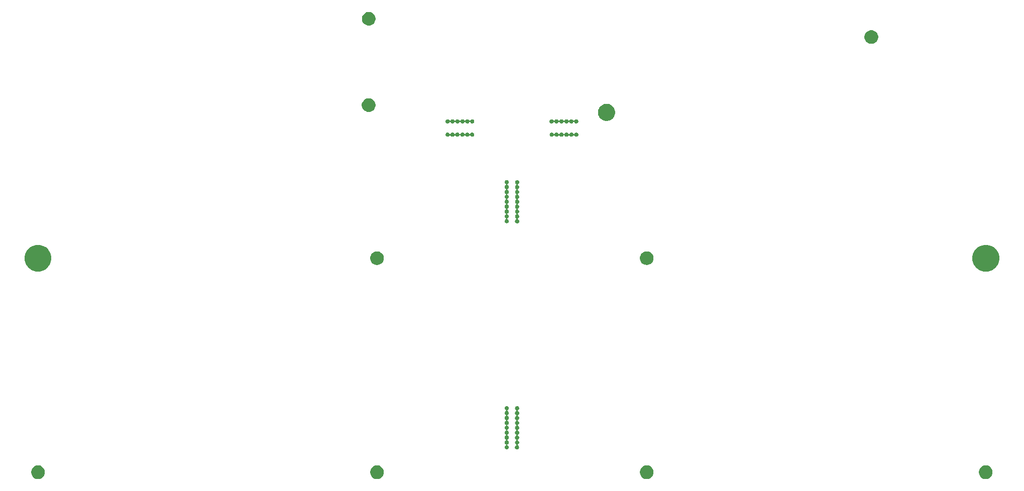
<source format=gbs>
G04 #@! TF.GenerationSoftware,KiCad,Pcbnew,(5.1.6-0-10_14)*
G04 #@! TF.CreationDate,2020-10-19T11:14:55+09:00*
G04 #@! TF.ProjectId,reviung34-split-L-TOP,72657669-756e-4673-9334-2d73706c6974,2.0*
G04 #@! TF.SameCoordinates,PX2faf080PY2faf080*
G04 #@! TF.FileFunction,Soldermask,Bot*
G04 #@! TF.FilePolarity,Negative*
%FSLAX46Y46*%
G04 Gerber Fmt 4.6, Leading zero omitted, Abs format (unit mm)*
G04 Created by KiCad (PCBNEW (5.1.6-0-10_14)) date 2020-10-19 11:14:55*
%MOMM*%
%LPD*%
G01*
G04 APERTURE LIST*
%ADD10C,0.100000*%
G04 APERTURE END LIST*
D10*
G36*
X181324549Y-76301116D02*
G01*
X181435734Y-76323232D01*
X181645203Y-76409997D01*
X181833720Y-76535960D01*
X181994040Y-76696280D01*
X182120003Y-76884797D01*
X182206768Y-77094266D01*
X182251000Y-77316636D01*
X182251000Y-77543364D01*
X182206768Y-77765734D01*
X182120003Y-77975203D01*
X181994040Y-78163720D01*
X181833720Y-78324040D01*
X181645203Y-78450003D01*
X181435734Y-78536768D01*
X181324549Y-78558884D01*
X181213365Y-78581000D01*
X180986635Y-78581000D01*
X180875451Y-78558884D01*
X180764266Y-78536768D01*
X180554797Y-78450003D01*
X180366280Y-78324040D01*
X180205960Y-78163720D01*
X180079997Y-77975203D01*
X179993232Y-77765734D01*
X179949000Y-77543364D01*
X179949000Y-77316636D01*
X179993232Y-77094266D01*
X180079997Y-76884797D01*
X180205960Y-76696280D01*
X180366280Y-76535960D01*
X180554797Y-76409997D01*
X180764266Y-76323232D01*
X180875451Y-76301116D01*
X180986635Y-76279000D01*
X181213365Y-76279000D01*
X181324549Y-76301116D01*
G37*
G36*
X124174549Y-76301116D02*
G01*
X124285734Y-76323232D01*
X124495203Y-76409997D01*
X124683720Y-76535960D01*
X124844040Y-76696280D01*
X124970003Y-76884797D01*
X125056768Y-77094266D01*
X125101000Y-77316636D01*
X125101000Y-77543364D01*
X125056768Y-77765734D01*
X124970003Y-77975203D01*
X124844040Y-78163720D01*
X124683720Y-78324040D01*
X124495203Y-78450003D01*
X124285734Y-78536768D01*
X124174549Y-78558884D01*
X124063365Y-78581000D01*
X123836635Y-78581000D01*
X123725451Y-78558884D01*
X123614266Y-78536768D01*
X123404797Y-78450003D01*
X123216280Y-78324040D01*
X123055960Y-78163720D01*
X122929997Y-77975203D01*
X122843232Y-77765734D01*
X122799000Y-77543364D01*
X122799000Y-77316636D01*
X122843232Y-77094266D01*
X122929997Y-76884797D01*
X123055960Y-76696280D01*
X123216280Y-76535960D01*
X123404797Y-76409997D01*
X123614266Y-76323232D01*
X123725451Y-76301116D01*
X123836635Y-76279000D01*
X124063365Y-76279000D01*
X124174549Y-76301116D01*
G37*
G36*
X78694549Y-76301116D02*
G01*
X78805734Y-76323232D01*
X79015203Y-76409997D01*
X79203720Y-76535960D01*
X79364040Y-76696280D01*
X79490003Y-76884797D01*
X79576768Y-77094266D01*
X79621000Y-77316636D01*
X79621000Y-77543364D01*
X79576768Y-77765734D01*
X79490003Y-77975203D01*
X79364040Y-78163720D01*
X79203720Y-78324040D01*
X79015203Y-78450003D01*
X78805734Y-78536768D01*
X78694549Y-78558884D01*
X78583365Y-78581000D01*
X78356635Y-78581000D01*
X78245451Y-78558884D01*
X78134266Y-78536768D01*
X77924797Y-78450003D01*
X77736280Y-78324040D01*
X77575960Y-78163720D01*
X77449997Y-77975203D01*
X77363232Y-77765734D01*
X77319000Y-77543364D01*
X77319000Y-77316636D01*
X77363232Y-77094266D01*
X77449997Y-76884797D01*
X77575960Y-76696280D01*
X77736280Y-76535960D01*
X77924797Y-76409997D01*
X78134266Y-76323232D01*
X78245451Y-76301116D01*
X78356635Y-76279000D01*
X78583365Y-76279000D01*
X78694549Y-76301116D01*
G37*
G36*
X21544549Y-76301116D02*
G01*
X21655734Y-76323232D01*
X21865203Y-76409997D01*
X22053720Y-76535960D01*
X22214040Y-76696280D01*
X22340003Y-76884797D01*
X22426768Y-77094266D01*
X22471000Y-77316636D01*
X22471000Y-77543364D01*
X22426768Y-77765734D01*
X22340003Y-77975203D01*
X22214040Y-78163720D01*
X22053720Y-78324040D01*
X21865203Y-78450003D01*
X21655734Y-78536768D01*
X21544549Y-78558884D01*
X21433365Y-78581000D01*
X21206635Y-78581000D01*
X21095451Y-78558884D01*
X20984266Y-78536768D01*
X20774797Y-78450003D01*
X20586280Y-78324040D01*
X20425960Y-78163720D01*
X20299997Y-77975203D01*
X20213232Y-77765734D01*
X20169000Y-77543364D01*
X20169000Y-77316636D01*
X20213232Y-77094266D01*
X20299997Y-76884797D01*
X20425960Y-76696280D01*
X20586280Y-76535960D01*
X20774797Y-76409997D01*
X20984266Y-76323232D01*
X21095451Y-76301116D01*
X21206635Y-76279000D01*
X21433365Y-76279000D01*
X21544549Y-76301116D01*
G37*
G36*
X102182383Y-66292489D02*
G01*
X102182386Y-66292490D01*
X102182385Y-66292490D01*
X102246258Y-66318946D01*
X102303748Y-66357360D01*
X102352640Y-66406252D01*
X102391054Y-66463742D01*
X102412624Y-66515818D01*
X102417511Y-66527617D01*
X102431000Y-66595430D01*
X102431000Y-66664570D01*
X102417511Y-66732383D01*
X102417510Y-66732385D01*
X102391054Y-66796258D01*
X102352640Y-66853748D01*
X102303745Y-66902643D01*
X102249980Y-66938568D01*
X102231038Y-66954113D01*
X102215493Y-66973055D01*
X102203942Y-66994666D01*
X102196829Y-67018115D01*
X102194427Y-67042501D01*
X102196829Y-67066887D01*
X102203942Y-67090336D01*
X102215494Y-67111946D01*
X102231039Y-67130888D01*
X102249980Y-67146432D01*
X102303745Y-67182357D01*
X102352640Y-67231252D01*
X102391054Y-67288742D01*
X102412624Y-67340818D01*
X102417511Y-67352617D01*
X102431000Y-67420430D01*
X102431000Y-67489570D01*
X102417511Y-67557383D01*
X102417510Y-67557385D01*
X102391054Y-67621258D01*
X102352640Y-67678748D01*
X102303745Y-67727643D01*
X102249980Y-67763568D01*
X102231038Y-67779113D01*
X102215493Y-67798055D01*
X102203942Y-67819666D01*
X102196829Y-67843115D01*
X102194427Y-67867501D01*
X102196829Y-67891887D01*
X102203942Y-67915336D01*
X102215494Y-67936946D01*
X102231039Y-67955888D01*
X102249980Y-67971432D01*
X102303745Y-68007357D01*
X102352640Y-68056252D01*
X102391054Y-68113742D01*
X102412624Y-68165818D01*
X102417511Y-68177617D01*
X102431000Y-68245430D01*
X102431000Y-68314570D01*
X102417511Y-68382383D01*
X102417510Y-68382385D01*
X102391054Y-68446258D01*
X102352640Y-68503748D01*
X102303745Y-68552643D01*
X102249980Y-68588568D01*
X102231038Y-68604113D01*
X102215493Y-68623055D01*
X102203942Y-68644666D01*
X102196829Y-68668115D01*
X102194427Y-68692501D01*
X102196829Y-68716887D01*
X102203942Y-68740336D01*
X102215494Y-68761946D01*
X102231039Y-68780888D01*
X102249980Y-68796432D01*
X102303745Y-68832357D01*
X102352640Y-68881252D01*
X102391054Y-68938742D01*
X102412624Y-68990818D01*
X102417511Y-69002617D01*
X102431000Y-69070430D01*
X102431000Y-69139570D01*
X102417511Y-69207383D01*
X102417510Y-69207385D01*
X102391054Y-69271258D01*
X102352640Y-69328748D01*
X102303745Y-69377643D01*
X102249980Y-69413568D01*
X102231038Y-69429113D01*
X102215493Y-69448055D01*
X102203942Y-69469666D01*
X102196829Y-69493115D01*
X102194427Y-69517501D01*
X102196829Y-69541887D01*
X102203942Y-69565336D01*
X102215494Y-69586946D01*
X102231039Y-69605888D01*
X102249980Y-69621432D01*
X102303745Y-69657357D01*
X102352640Y-69706252D01*
X102391054Y-69763742D01*
X102412624Y-69815818D01*
X102417511Y-69827617D01*
X102431000Y-69895430D01*
X102431000Y-69964570D01*
X102417511Y-70032383D01*
X102417510Y-70032385D01*
X102391054Y-70096258D01*
X102352640Y-70153748D01*
X102303745Y-70202643D01*
X102249980Y-70238568D01*
X102231038Y-70254113D01*
X102215493Y-70273055D01*
X102203942Y-70294666D01*
X102196829Y-70318115D01*
X102194427Y-70342501D01*
X102196829Y-70366887D01*
X102203942Y-70390336D01*
X102215494Y-70411946D01*
X102231039Y-70430888D01*
X102249980Y-70446432D01*
X102303745Y-70482357D01*
X102352640Y-70531252D01*
X102391054Y-70588742D01*
X102412624Y-70640818D01*
X102417511Y-70652617D01*
X102431000Y-70720430D01*
X102431000Y-70789570D01*
X102417511Y-70857383D01*
X102417510Y-70857385D01*
X102391054Y-70921258D01*
X102352640Y-70978748D01*
X102303745Y-71027643D01*
X102249980Y-71063568D01*
X102231038Y-71079113D01*
X102215493Y-71098055D01*
X102203942Y-71119666D01*
X102196829Y-71143115D01*
X102194427Y-71167501D01*
X102196829Y-71191887D01*
X102203942Y-71215336D01*
X102215494Y-71236946D01*
X102231039Y-71255888D01*
X102249980Y-71271432D01*
X102303745Y-71307357D01*
X102352640Y-71356252D01*
X102391054Y-71413742D01*
X102412624Y-71465818D01*
X102417511Y-71477617D01*
X102431000Y-71545430D01*
X102431000Y-71614570D01*
X102417511Y-71682383D01*
X102417510Y-71682385D01*
X102391054Y-71746258D01*
X102352640Y-71803748D01*
X102303745Y-71852643D01*
X102249980Y-71888568D01*
X102231038Y-71904113D01*
X102215493Y-71923055D01*
X102203942Y-71944666D01*
X102196829Y-71968115D01*
X102194427Y-71992501D01*
X102196829Y-72016887D01*
X102203942Y-72040336D01*
X102215494Y-72061946D01*
X102231039Y-72080888D01*
X102249980Y-72096432D01*
X102303745Y-72132357D01*
X102352640Y-72181252D01*
X102391054Y-72238742D01*
X102412624Y-72290818D01*
X102417511Y-72302617D01*
X102431000Y-72370430D01*
X102431000Y-72439570D01*
X102417511Y-72507383D01*
X102417510Y-72507385D01*
X102391054Y-72571258D01*
X102352640Y-72628748D01*
X102303745Y-72677643D01*
X102244980Y-72716909D01*
X102226038Y-72732454D01*
X102210493Y-72751396D01*
X102198942Y-72773007D01*
X102191829Y-72796456D01*
X102189427Y-72820842D01*
X102191829Y-72845228D01*
X102198942Y-72868677D01*
X102210494Y-72890287D01*
X102226039Y-72909229D01*
X102244980Y-72924774D01*
X102293748Y-72957360D01*
X102342640Y-73006252D01*
X102381054Y-73063742D01*
X102402624Y-73115818D01*
X102407511Y-73127617D01*
X102421000Y-73195430D01*
X102421000Y-73264570D01*
X102407511Y-73332383D01*
X102407510Y-73332385D01*
X102381054Y-73396258D01*
X102342640Y-73453748D01*
X102293748Y-73502640D01*
X102236258Y-73541054D01*
X102184182Y-73562624D01*
X102172383Y-73567511D01*
X102104570Y-73581000D01*
X102035430Y-73581000D01*
X101967617Y-73567511D01*
X101955818Y-73562624D01*
X101903742Y-73541054D01*
X101846252Y-73502640D01*
X101797360Y-73453748D01*
X101758946Y-73396258D01*
X101732490Y-73332385D01*
X101732489Y-73332383D01*
X101719000Y-73264570D01*
X101719000Y-73195430D01*
X101732489Y-73127617D01*
X101737376Y-73115818D01*
X101758946Y-73063742D01*
X101797360Y-73006252D01*
X101846255Y-72957357D01*
X101905020Y-72918091D01*
X101923962Y-72902546D01*
X101939507Y-72883604D01*
X101951058Y-72861993D01*
X101958171Y-72838544D01*
X101960573Y-72814158D01*
X101958171Y-72789772D01*
X101951058Y-72766323D01*
X101939506Y-72744713D01*
X101923961Y-72725771D01*
X101905020Y-72710226D01*
X101856252Y-72677640D01*
X101807360Y-72628748D01*
X101768946Y-72571258D01*
X101742490Y-72507385D01*
X101742489Y-72507383D01*
X101729000Y-72439570D01*
X101729000Y-72370430D01*
X101742489Y-72302617D01*
X101747376Y-72290818D01*
X101768946Y-72238742D01*
X101807360Y-72181252D01*
X101856255Y-72132357D01*
X101910020Y-72096432D01*
X101928962Y-72080887D01*
X101944507Y-72061945D01*
X101956058Y-72040334D01*
X101963171Y-72016885D01*
X101965573Y-71992499D01*
X101963171Y-71968113D01*
X101956058Y-71944664D01*
X101944506Y-71923054D01*
X101928961Y-71904112D01*
X101910020Y-71888568D01*
X101856255Y-71852643D01*
X101807360Y-71803748D01*
X101768946Y-71746258D01*
X101742490Y-71682385D01*
X101742489Y-71682383D01*
X101729000Y-71614570D01*
X101729000Y-71545430D01*
X101742489Y-71477617D01*
X101747376Y-71465818D01*
X101768946Y-71413742D01*
X101807360Y-71356252D01*
X101856255Y-71307357D01*
X101910020Y-71271432D01*
X101928962Y-71255887D01*
X101944507Y-71236945D01*
X101956058Y-71215334D01*
X101963171Y-71191885D01*
X101965573Y-71167499D01*
X101963171Y-71143113D01*
X101956058Y-71119664D01*
X101944506Y-71098054D01*
X101928961Y-71079112D01*
X101910020Y-71063568D01*
X101856255Y-71027643D01*
X101807360Y-70978748D01*
X101768946Y-70921258D01*
X101742490Y-70857385D01*
X101742489Y-70857383D01*
X101729000Y-70789570D01*
X101729000Y-70720430D01*
X101742489Y-70652617D01*
X101747376Y-70640818D01*
X101768946Y-70588742D01*
X101807360Y-70531252D01*
X101856255Y-70482357D01*
X101910020Y-70446432D01*
X101928962Y-70430887D01*
X101944507Y-70411945D01*
X101956058Y-70390334D01*
X101963171Y-70366885D01*
X101965573Y-70342499D01*
X101963171Y-70318113D01*
X101956058Y-70294664D01*
X101944506Y-70273054D01*
X101928961Y-70254112D01*
X101910020Y-70238568D01*
X101856255Y-70202643D01*
X101807360Y-70153748D01*
X101768946Y-70096258D01*
X101742490Y-70032385D01*
X101742489Y-70032383D01*
X101729000Y-69964570D01*
X101729000Y-69895430D01*
X101742489Y-69827617D01*
X101747376Y-69815818D01*
X101768946Y-69763742D01*
X101807360Y-69706252D01*
X101856255Y-69657357D01*
X101910020Y-69621432D01*
X101928962Y-69605887D01*
X101944507Y-69586945D01*
X101956058Y-69565334D01*
X101963171Y-69541885D01*
X101965573Y-69517499D01*
X101963171Y-69493113D01*
X101956058Y-69469664D01*
X101944506Y-69448054D01*
X101928961Y-69429112D01*
X101910020Y-69413568D01*
X101856255Y-69377643D01*
X101807360Y-69328748D01*
X101768946Y-69271258D01*
X101742490Y-69207385D01*
X101742489Y-69207383D01*
X101729000Y-69139570D01*
X101729000Y-69070430D01*
X101742489Y-69002617D01*
X101747376Y-68990818D01*
X101768946Y-68938742D01*
X101807360Y-68881252D01*
X101856255Y-68832357D01*
X101910020Y-68796432D01*
X101928962Y-68780887D01*
X101944507Y-68761945D01*
X101956058Y-68740334D01*
X101963171Y-68716885D01*
X101965573Y-68692499D01*
X101963171Y-68668113D01*
X101956058Y-68644664D01*
X101944506Y-68623054D01*
X101928961Y-68604112D01*
X101910020Y-68588568D01*
X101856255Y-68552643D01*
X101807360Y-68503748D01*
X101768946Y-68446258D01*
X101742490Y-68382385D01*
X101742489Y-68382383D01*
X101729000Y-68314570D01*
X101729000Y-68245430D01*
X101742489Y-68177617D01*
X101747376Y-68165818D01*
X101768946Y-68113742D01*
X101807360Y-68056252D01*
X101856255Y-68007357D01*
X101910020Y-67971432D01*
X101928962Y-67955887D01*
X101944507Y-67936945D01*
X101956058Y-67915334D01*
X101963171Y-67891885D01*
X101965573Y-67867499D01*
X101963171Y-67843113D01*
X101956058Y-67819664D01*
X101944506Y-67798054D01*
X101928961Y-67779112D01*
X101910020Y-67763568D01*
X101856255Y-67727643D01*
X101807360Y-67678748D01*
X101768946Y-67621258D01*
X101742490Y-67557385D01*
X101742489Y-67557383D01*
X101729000Y-67489570D01*
X101729000Y-67420430D01*
X101742489Y-67352617D01*
X101747376Y-67340818D01*
X101768946Y-67288742D01*
X101807360Y-67231252D01*
X101856255Y-67182357D01*
X101910020Y-67146432D01*
X101928962Y-67130887D01*
X101944507Y-67111945D01*
X101956058Y-67090334D01*
X101963171Y-67066885D01*
X101965573Y-67042499D01*
X101963171Y-67018113D01*
X101956058Y-66994664D01*
X101944506Y-66973054D01*
X101928961Y-66954112D01*
X101910020Y-66938568D01*
X101856255Y-66902643D01*
X101807360Y-66853748D01*
X101768946Y-66796258D01*
X101742490Y-66732385D01*
X101742489Y-66732383D01*
X101729000Y-66664570D01*
X101729000Y-66595430D01*
X101742489Y-66527617D01*
X101747376Y-66515818D01*
X101768946Y-66463742D01*
X101807360Y-66406252D01*
X101856252Y-66357360D01*
X101913742Y-66318946D01*
X101977615Y-66292490D01*
X101977614Y-66292490D01*
X101977617Y-66292489D01*
X102045430Y-66279000D01*
X102114570Y-66279000D01*
X102182383Y-66292489D01*
G37*
G36*
X100452383Y-66282489D02*
G01*
X100452386Y-66282490D01*
X100452385Y-66282490D01*
X100516258Y-66308946D01*
X100573748Y-66347360D01*
X100622640Y-66396252D01*
X100661054Y-66453742D01*
X100682624Y-66505818D01*
X100687511Y-66517617D01*
X100701000Y-66585430D01*
X100701000Y-66654570D01*
X100687511Y-66722383D01*
X100687510Y-66722385D01*
X100661054Y-66786258D01*
X100622640Y-66843748D01*
X100573745Y-66892643D01*
X100514980Y-66931909D01*
X100496038Y-66947454D01*
X100480493Y-66966396D01*
X100468942Y-66988007D01*
X100461829Y-67011456D01*
X100459427Y-67035842D01*
X100461829Y-67060228D01*
X100468942Y-67083677D01*
X100480494Y-67105287D01*
X100496039Y-67124229D01*
X100514980Y-67139774D01*
X100563748Y-67172360D01*
X100612640Y-67221252D01*
X100651054Y-67278742D01*
X100672624Y-67330818D01*
X100677511Y-67342617D01*
X100691000Y-67410430D01*
X100691000Y-67479570D01*
X100677511Y-67547383D01*
X100677510Y-67547385D01*
X100651054Y-67611258D01*
X100612640Y-67668748D01*
X100563745Y-67717643D01*
X100509980Y-67753568D01*
X100491038Y-67769113D01*
X100475493Y-67788055D01*
X100463942Y-67809666D01*
X100456829Y-67833115D01*
X100454427Y-67857501D01*
X100456829Y-67881887D01*
X100463942Y-67905336D01*
X100475494Y-67926946D01*
X100491039Y-67945888D01*
X100509980Y-67961432D01*
X100563745Y-67997357D01*
X100612640Y-68046252D01*
X100651054Y-68103742D01*
X100672624Y-68155818D01*
X100677511Y-68167617D01*
X100691000Y-68235430D01*
X100691000Y-68304570D01*
X100677511Y-68372383D01*
X100677510Y-68372385D01*
X100651054Y-68436258D01*
X100612640Y-68493748D01*
X100563745Y-68542643D01*
X100509980Y-68578568D01*
X100491038Y-68594113D01*
X100475493Y-68613055D01*
X100463942Y-68634666D01*
X100456829Y-68658115D01*
X100454427Y-68682501D01*
X100456829Y-68706887D01*
X100463942Y-68730336D01*
X100475494Y-68751946D01*
X100491039Y-68770888D01*
X100509980Y-68786432D01*
X100563745Y-68822357D01*
X100612640Y-68871252D01*
X100651054Y-68928742D01*
X100672624Y-68980818D01*
X100677511Y-68992617D01*
X100691000Y-69060430D01*
X100691000Y-69129570D01*
X100677511Y-69197383D01*
X100677510Y-69197385D01*
X100651054Y-69261258D01*
X100612640Y-69318748D01*
X100563745Y-69367643D01*
X100509980Y-69403568D01*
X100491038Y-69419113D01*
X100475493Y-69438055D01*
X100463942Y-69459666D01*
X100456829Y-69483115D01*
X100454427Y-69507501D01*
X100456829Y-69531887D01*
X100463942Y-69555336D01*
X100475494Y-69576946D01*
X100491039Y-69595888D01*
X100509980Y-69611432D01*
X100563745Y-69647357D01*
X100612640Y-69696252D01*
X100651054Y-69753742D01*
X100672624Y-69805818D01*
X100677511Y-69817617D01*
X100691000Y-69885430D01*
X100691000Y-69954570D01*
X100677511Y-70022383D01*
X100677510Y-70022385D01*
X100651054Y-70086258D01*
X100612640Y-70143748D01*
X100563745Y-70192643D01*
X100509980Y-70228568D01*
X100491038Y-70244113D01*
X100475493Y-70263055D01*
X100463942Y-70284666D01*
X100456829Y-70308115D01*
X100454427Y-70332501D01*
X100456829Y-70356887D01*
X100463942Y-70380336D01*
X100475494Y-70401946D01*
X100491039Y-70420888D01*
X100509980Y-70436432D01*
X100563745Y-70472357D01*
X100612640Y-70521252D01*
X100651054Y-70578742D01*
X100672624Y-70630818D01*
X100677511Y-70642617D01*
X100691000Y-70710430D01*
X100691000Y-70779570D01*
X100677511Y-70847383D01*
X100677510Y-70847385D01*
X100651054Y-70911258D01*
X100612640Y-70968748D01*
X100563745Y-71017643D01*
X100509980Y-71053568D01*
X100491038Y-71069113D01*
X100475493Y-71088055D01*
X100463942Y-71109666D01*
X100456829Y-71133115D01*
X100454427Y-71157501D01*
X100456829Y-71181887D01*
X100463942Y-71205336D01*
X100475494Y-71226946D01*
X100491039Y-71245888D01*
X100509980Y-71261432D01*
X100563745Y-71297357D01*
X100612640Y-71346252D01*
X100651054Y-71403742D01*
X100672624Y-71455818D01*
X100677511Y-71467617D01*
X100691000Y-71535430D01*
X100691000Y-71604570D01*
X100677511Y-71672383D01*
X100677510Y-71672385D01*
X100651054Y-71736258D01*
X100612640Y-71793748D01*
X100563745Y-71842643D01*
X100509980Y-71878568D01*
X100491038Y-71894113D01*
X100475493Y-71913055D01*
X100463942Y-71934666D01*
X100456829Y-71958115D01*
X100454427Y-71982501D01*
X100456829Y-72006887D01*
X100463942Y-72030336D01*
X100475494Y-72051946D01*
X100491039Y-72070888D01*
X100509980Y-72086432D01*
X100563745Y-72122357D01*
X100612640Y-72171252D01*
X100651054Y-72228742D01*
X100672624Y-72280818D01*
X100677511Y-72292617D01*
X100691000Y-72360430D01*
X100691000Y-72429570D01*
X100677511Y-72497383D01*
X100677510Y-72497385D01*
X100651054Y-72561258D01*
X100612640Y-72618748D01*
X100563745Y-72667643D01*
X100509980Y-72703568D01*
X100491038Y-72719113D01*
X100475493Y-72738055D01*
X100463942Y-72759666D01*
X100456829Y-72783115D01*
X100454427Y-72807501D01*
X100456829Y-72831887D01*
X100463942Y-72855336D01*
X100475494Y-72876946D01*
X100491039Y-72895888D01*
X100509980Y-72911432D01*
X100563745Y-72947357D01*
X100612640Y-72996252D01*
X100651054Y-73053742D01*
X100672624Y-73105818D01*
X100677511Y-73117617D01*
X100691000Y-73185430D01*
X100691000Y-73254570D01*
X100677511Y-73322383D01*
X100677510Y-73322385D01*
X100651054Y-73386258D01*
X100612640Y-73443748D01*
X100563748Y-73492640D01*
X100506258Y-73531054D01*
X100454182Y-73552624D01*
X100442383Y-73557511D01*
X100374570Y-73571000D01*
X100305430Y-73571000D01*
X100237617Y-73557511D01*
X100225818Y-73552624D01*
X100173742Y-73531054D01*
X100116252Y-73492640D01*
X100067360Y-73443748D01*
X100028946Y-73386258D01*
X100002490Y-73322385D01*
X100002489Y-73322383D01*
X99989000Y-73254570D01*
X99989000Y-73185430D01*
X100002489Y-73117617D01*
X100007376Y-73105818D01*
X100028946Y-73053742D01*
X100067360Y-72996252D01*
X100116255Y-72947357D01*
X100170020Y-72911432D01*
X100188962Y-72895887D01*
X100204507Y-72876945D01*
X100216058Y-72855334D01*
X100223171Y-72831885D01*
X100225573Y-72807499D01*
X100223171Y-72783113D01*
X100216058Y-72759664D01*
X100204506Y-72738054D01*
X100188961Y-72719112D01*
X100170020Y-72703568D01*
X100116255Y-72667643D01*
X100067360Y-72618748D01*
X100028946Y-72561258D01*
X100002490Y-72497385D01*
X100002489Y-72497383D01*
X99989000Y-72429570D01*
X99989000Y-72360430D01*
X100002489Y-72292617D01*
X100007376Y-72280818D01*
X100028946Y-72228742D01*
X100067360Y-72171252D01*
X100116255Y-72122357D01*
X100170020Y-72086432D01*
X100188962Y-72070887D01*
X100204507Y-72051945D01*
X100216058Y-72030334D01*
X100223171Y-72006885D01*
X100225573Y-71982499D01*
X100223171Y-71958113D01*
X100216058Y-71934664D01*
X100204506Y-71913054D01*
X100188961Y-71894112D01*
X100170020Y-71878568D01*
X100116255Y-71842643D01*
X100067360Y-71793748D01*
X100028946Y-71736258D01*
X100002490Y-71672385D01*
X100002489Y-71672383D01*
X99989000Y-71604570D01*
X99989000Y-71535430D01*
X100002489Y-71467617D01*
X100007376Y-71455818D01*
X100028946Y-71403742D01*
X100067360Y-71346252D01*
X100116255Y-71297357D01*
X100170020Y-71261432D01*
X100188962Y-71245887D01*
X100204507Y-71226945D01*
X100216058Y-71205334D01*
X100223171Y-71181885D01*
X100225573Y-71157499D01*
X100223171Y-71133113D01*
X100216058Y-71109664D01*
X100204506Y-71088054D01*
X100188961Y-71069112D01*
X100170020Y-71053568D01*
X100116255Y-71017643D01*
X100067360Y-70968748D01*
X100028946Y-70911258D01*
X100002490Y-70847385D01*
X100002489Y-70847383D01*
X99989000Y-70779570D01*
X99989000Y-70710430D01*
X100002489Y-70642617D01*
X100007376Y-70630818D01*
X100028946Y-70578742D01*
X100067360Y-70521252D01*
X100116255Y-70472357D01*
X100170020Y-70436432D01*
X100188962Y-70420887D01*
X100204507Y-70401945D01*
X100216058Y-70380334D01*
X100223171Y-70356885D01*
X100225573Y-70332499D01*
X100223171Y-70308113D01*
X100216058Y-70284664D01*
X100204506Y-70263054D01*
X100188961Y-70244112D01*
X100170020Y-70228568D01*
X100116255Y-70192643D01*
X100067360Y-70143748D01*
X100028946Y-70086258D01*
X100002490Y-70022385D01*
X100002489Y-70022383D01*
X99989000Y-69954570D01*
X99989000Y-69885430D01*
X100002489Y-69817617D01*
X100007376Y-69805818D01*
X100028946Y-69753742D01*
X100067360Y-69696252D01*
X100116255Y-69647357D01*
X100170020Y-69611432D01*
X100188962Y-69595887D01*
X100204507Y-69576945D01*
X100216058Y-69555334D01*
X100223171Y-69531885D01*
X100225573Y-69507499D01*
X100223171Y-69483113D01*
X100216058Y-69459664D01*
X100204506Y-69438054D01*
X100188961Y-69419112D01*
X100170020Y-69403568D01*
X100116255Y-69367643D01*
X100067360Y-69318748D01*
X100028946Y-69261258D01*
X100002490Y-69197385D01*
X100002489Y-69197383D01*
X99989000Y-69129570D01*
X99989000Y-69060430D01*
X100002489Y-68992617D01*
X100007376Y-68980818D01*
X100028946Y-68928742D01*
X100067360Y-68871252D01*
X100116255Y-68822357D01*
X100170020Y-68786432D01*
X100188962Y-68770887D01*
X100204507Y-68751945D01*
X100216058Y-68730334D01*
X100223171Y-68706885D01*
X100225573Y-68682499D01*
X100223171Y-68658113D01*
X100216058Y-68634664D01*
X100204506Y-68613054D01*
X100188961Y-68594112D01*
X100170020Y-68578568D01*
X100116255Y-68542643D01*
X100067360Y-68493748D01*
X100028946Y-68436258D01*
X100002490Y-68372385D01*
X100002489Y-68372383D01*
X99989000Y-68304570D01*
X99989000Y-68235430D01*
X100002489Y-68167617D01*
X100007376Y-68155818D01*
X100028946Y-68103742D01*
X100067360Y-68046252D01*
X100116255Y-67997357D01*
X100170020Y-67961432D01*
X100188962Y-67945887D01*
X100204507Y-67926945D01*
X100216058Y-67905334D01*
X100223171Y-67881885D01*
X100225573Y-67857499D01*
X100223171Y-67833113D01*
X100216058Y-67809664D01*
X100204506Y-67788054D01*
X100188961Y-67769112D01*
X100170020Y-67753568D01*
X100116255Y-67717643D01*
X100067360Y-67668748D01*
X100028946Y-67611258D01*
X100002490Y-67547385D01*
X100002489Y-67547383D01*
X99989000Y-67479570D01*
X99989000Y-67410430D01*
X100002489Y-67342617D01*
X100007376Y-67330818D01*
X100028946Y-67278742D01*
X100067360Y-67221252D01*
X100116255Y-67172357D01*
X100175020Y-67133091D01*
X100193962Y-67117546D01*
X100209507Y-67098604D01*
X100221058Y-67076993D01*
X100228171Y-67053544D01*
X100230573Y-67029158D01*
X100228171Y-67004772D01*
X100221058Y-66981323D01*
X100209506Y-66959713D01*
X100193961Y-66940771D01*
X100175020Y-66925226D01*
X100126252Y-66892640D01*
X100077360Y-66843748D01*
X100038946Y-66786258D01*
X100012490Y-66722385D01*
X100012489Y-66722383D01*
X99999000Y-66654570D01*
X99999000Y-66585430D01*
X100012489Y-66517617D01*
X100017376Y-66505818D01*
X100038946Y-66453742D01*
X100077360Y-66396252D01*
X100126252Y-66347360D01*
X100183742Y-66308946D01*
X100247615Y-66282490D01*
X100247614Y-66282490D01*
X100247617Y-66282489D01*
X100315430Y-66269000D01*
X100384570Y-66269000D01*
X100452383Y-66282489D01*
G37*
G36*
X21595880Y-39089776D02*
G01*
X21976593Y-39165504D01*
X22386249Y-39335189D01*
X22754929Y-39581534D01*
X23068466Y-39895071D01*
X23314811Y-40263751D01*
X23484496Y-40673407D01*
X23571000Y-41108296D01*
X23571000Y-41551704D01*
X23484496Y-41986593D01*
X23314811Y-42396249D01*
X23068466Y-42764929D01*
X22754929Y-43078466D01*
X22386249Y-43324811D01*
X21976593Y-43494496D01*
X21595880Y-43570224D01*
X21541705Y-43581000D01*
X21098295Y-43581000D01*
X21044120Y-43570224D01*
X20663407Y-43494496D01*
X20253751Y-43324811D01*
X19885071Y-43078466D01*
X19571534Y-42764929D01*
X19325189Y-42396249D01*
X19155504Y-41986593D01*
X19069000Y-41551704D01*
X19069000Y-41108296D01*
X19155504Y-40673407D01*
X19325189Y-40263751D01*
X19571534Y-39895071D01*
X19885071Y-39581534D01*
X20253751Y-39335189D01*
X20663407Y-39165504D01*
X21044120Y-39089776D01*
X21098295Y-39079000D01*
X21541705Y-39079000D01*
X21595880Y-39089776D01*
G37*
G36*
X181385880Y-39089776D02*
G01*
X181766593Y-39165504D01*
X182176249Y-39335189D01*
X182544929Y-39581534D01*
X182858466Y-39895071D01*
X183104811Y-40263751D01*
X183274496Y-40673407D01*
X183361000Y-41108296D01*
X183361000Y-41551704D01*
X183274496Y-41986593D01*
X183104811Y-42396249D01*
X182858466Y-42764929D01*
X182544929Y-43078466D01*
X182176249Y-43324811D01*
X181766593Y-43494496D01*
X181385880Y-43570224D01*
X181331705Y-43581000D01*
X180888295Y-43581000D01*
X180834120Y-43570224D01*
X180453407Y-43494496D01*
X180043751Y-43324811D01*
X179675071Y-43078466D01*
X179361534Y-42764929D01*
X179115189Y-42396249D01*
X178945504Y-41986593D01*
X178859000Y-41551704D01*
X178859000Y-41108296D01*
X178945504Y-40673407D01*
X179115189Y-40263751D01*
X179361534Y-39895071D01*
X179675071Y-39581534D01*
X180043751Y-39335189D01*
X180453407Y-39165504D01*
X180834120Y-39089776D01*
X180888295Y-39079000D01*
X181331705Y-39079000D01*
X181385880Y-39089776D01*
G37*
G36*
X78694549Y-40201116D02*
G01*
X78805734Y-40223232D01*
X79015203Y-40309997D01*
X79203720Y-40435960D01*
X79364040Y-40596280D01*
X79490003Y-40784797D01*
X79576768Y-40994266D01*
X79621000Y-41216636D01*
X79621000Y-41443364D01*
X79576768Y-41665734D01*
X79490003Y-41875203D01*
X79364040Y-42063720D01*
X79203720Y-42224040D01*
X79015203Y-42350003D01*
X78805734Y-42436768D01*
X78694549Y-42458884D01*
X78583365Y-42481000D01*
X78356635Y-42481000D01*
X78245451Y-42458884D01*
X78134266Y-42436768D01*
X77924797Y-42350003D01*
X77736280Y-42224040D01*
X77575960Y-42063720D01*
X77449997Y-41875203D01*
X77363232Y-41665734D01*
X77319000Y-41443364D01*
X77319000Y-41216636D01*
X77363232Y-40994266D01*
X77449997Y-40784797D01*
X77575960Y-40596280D01*
X77736280Y-40435960D01*
X77924797Y-40309997D01*
X78134266Y-40223232D01*
X78245451Y-40201116D01*
X78356635Y-40179000D01*
X78583365Y-40179000D01*
X78694549Y-40201116D01*
G37*
G36*
X124174549Y-40201116D02*
G01*
X124285734Y-40223232D01*
X124495203Y-40309997D01*
X124683720Y-40435960D01*
X124844040Y-40596280D01*
X124970003Y-40784797D01*
X125056768Y-40994266D01*
X125101000Y-41216636D01*
X125101000Y-41443364D01*
X125056768Y-41665734D01*
X124970003Y-41875203D01*
X124844040Y-42063720D01*
X124683720Y-42224040D01*
X124495203Y-42350003D01*
X124285734Y-42436768D01*
X124174549Y-42458884D01*
X124063365Y-42481000D01*
X123836635Y-42481000D01*
X123725451Y-42458884D01*
X123614266Y-42436768D01*
X123404797Y-42350003D01*
X123216280Y-42224040D01*
X123055960Y-42063720D01*
X122929997Y-41875203D01*
X122843232Y-41665734D01*
X122799000Y-41443364D01*
X122799000Y-41216636D01*
X122843232Y-40994266D01*
X122929997Y-40784797D01*
X123055960Y-40596280D01*
X123216280Y-40435960D01*
X123404797Y-40309997D01*
X123614266Y-40223232D01*
X123725451Y-40201116D01*
X123836635Y-40179000D01*
X124063365Y-40179000D01*
X124174549Y-40201116D01*
G37*
G36*
X102192383Y-28172489D02*
G01*
X102192386Y-28172490D01*
X102192385Y-28172490D01*
X102256258Y-28198946D01*
X102313748Y-28237360D01*
X102362640Y-28286252D01*
X102401054Y-28343742D01*
X102422624Y-28395818D01*
X102427511Y-28407617D01*
X102441000Y-28475430D01*
X102441000Y-28544570D01*
X102427511Y-28612383D01*
X102427510Y-28612385D01*
X102401054Y-28676258D01*
X102362640Y-28733748D01*
X102313745Y-28782643D01*
X102259980Y-28818568D01*
X102241038Y-28834113D01*
X102225493Y-28853055D01*
X102213942Y-28874666D01*
X102206829Y-28898115D01*
X102204427Y-28922501D01*
X102206829Y-28946887D01*
X102213942Y-28970336D01*
X102225494Y-28991946D01*
X102241039Y-29010888D01*
X102259980Y-29026432D01*
X102313745Y-29062357D01*
X102362640Y-29111252D01*
X102401054Y-29168742D01*
X102422624Y-29220818D01*
X102427511Y-29232617D01*
X102441000Y-29300430D01*
X102441000Y-29369570D01*
X102427511Y-29437383D01*
X102427510Y-29437385D01*
X102401054Y-29501258D01*
X102362640Y-29558748D01*
X102313745Y-29607643D01*
X102259980Y-29643568D01*
X102241038Y-29659113D01*
X102225493Y-29678055D01*
X102213942Y-29699666D01*
X102206829Y-29723115D01*
X102204427Y-29747501D01*
X102206829Y-29771887D01*
X102213942Y-29795336D01*
X102225494Y-29816946D01*
X102241039Y-29835888D01*
X102259980Y-29851432D01*
X102313745Y-29887357D01*
X102362640Y-29936252D01*
X102401054Y-29993742D01*
X102422624Y-30045818D01*
X102427511Y-30057617D01*
X102441000Y-30125430D01*
X102441000Y-30194570D01*
X102427511Y-30262383D01*
X102427510Y-30262385D01*
X102401054Y-30326258D01*
X102362640Y-30383748D01*
X102313745Y-30432643D01*
X102259980Y-30468568D01*
X102241038Y-30484113D01*
X102225493Y-30503055D01*
X102213942Y-30524666D01*
X102206829Y-30548115D01*
X102204427Y-30572501D01*
X102206829Y-30596887D01*
X102213942Y-30620336D01*
X102225494Y-30641946D01*
X102241039Y-30660888D01*
X102259980Y-30676432D01*
X102313745Y-30712357D01*
X102362640Y-30761252D01*
X102401054Y-30818742D01*
X102422624Y-30870818D01*
X102427511Y-30882617D01*
X102441000Y-30950430D01*
X102441000Y-31019570D01*
X102427511Y-31087383D01*
X102427510Y-31087385D01*
X102401054Y-31151258D01*
X102362640Y-31208748D01*
X102313745Y-31257643D01*
X102259980Y-31293568D01*
X102241038Y-31309113D01*
X102225493Y-31328055D01*
X102213942Y-31349666D01*
X102206829Y-31373115D01*
X102204427Y-31397501D01*
X102206829Y-31421887D01*
X102213942Y-31445336D01*
X102225494Y-31466946D01*
X102241039Y-31485888D01*
X102259980Y-31501432D01*
X102313745Y-31537357D01*
X102362640Y-31586252D01*
X102401054Y-31643742D01*
X102422624Y-31695818D01*
X102427511Y-31707617D01*
X102441000Y-31775430D01*
X102441000Y-31844570D01*
X102427511Y-31912383D01*
X102427510Y-31912385D01*
X102401054Y-31976258D01*
X102362640Y-32033748D01*
X102313745Y-32082643D01*
X102259980Y-32118568D01*
X102241038Y-32134113D01*
X102225493Y-32153055D01*
X102213942Y-32174666D01*
X102206829Y-32198115D01*
X102204427Y-32222501D01*
X102206829Y-32246887D01*
X102213942Y-32270336D01*
X102225494Y-32291946D01*
X102241039Y-32310888D01*
X102259980Y-32326432D01*
X102313745Y-32362357D01*
X102362640Y-32411252D01*
X102401054Y-32468742D01*
X102422624Y-32520818D01*
X102427511Y-32532617D01*
X102441000Y-32600430D01*
X102441000Y-32669570D01*
X102427511Y-32737383D01*
X102427510Y-32737385D01*
X102401054Y-32801258D01*
X102362640Y-32858748D01*
X102313745Y-32907643D01*
X102259980Y-32943568D01*
X102241038Y-32959113D01*
X102225493Y-32978055D01*
X102213942Y-32999666D01*
X102206829Y-33023115D01*
X102204427Y-33047501D01*
X102206829Y-33071887D01*
X102213942Y-33095336D01*
X102225494Y-33116946D01*
X102241039Y-33135888D01*
X102259980Y-33151432D01*
X102313745Y-33187357D01*
X102362640Y-33236252D01*
X102401054Y-33293742D01*
X102422624Y-33345818D01*
X102427511Y-33357617D01*
X102441000Y-33425430D01*
X102441000Y-33494570D01*
X102427511Y-33562383D01*
X102427510Y-33562385D01*
X102401054Y-33626258D01*
X102362640Y-33683748D01*
X102313745Y-33732643D01*
X102259980Y-33768568D01*
X102241038Y-33784113D01*
X102225493Y-33803055D01*
X102213942Y-33824666D01*
X102206829Y-33848115D01*
X102204427Y-33872501D01*
X102206829Y-33896887D01*
X102213942Y-33920336D01*
X102225494Y-33941946D01*
X102241039Y-33960888D01*
X102259980Y-33976432D01*
X102313745Y-34012357D01*
X102362640Y-34061252D01*
X102401054Y-34118742D01*
X102422624Y-34170818D01*
X102427511Y-34182617D01*
X102441000Y-34250430D01*
X102441000Y-34319570D01*
X102427511Y-34387383D01*
X102427510Y-34387385D01*
X102401054Y-34451258D01*
X102362640Y-34508748D01*
X102313745Y-34557643D01*
X102254980Y-34596909D01*
X102236038Y-34612454D01*
X102220493Y-34631396D01*
X102208942Y-34653007D01*
X102201829Y-34676456D01*
X102199427Y-34700842D01*
X102201829Y-34725228D01*
X102208942Y-34748677D01*
X102220494Y-34770287D01*
X102236039Y-34789229D01*
X102254980Y-34804774D01*
X102303748Y-34837360D01*
X102352640Y-34886252D01*
X102391054Y-34943742D01*
X102412624Y-34995818D01*
X102417511Y-35007617D01*
X102431000Y-35075430D01*
X102431000Y-35144570D01*
X102417511Y-35212383D01*
X102417510Y-35212385D01*
X102391054Y-35276258D01*
X102352640Y-35333748D01*
X102303748Y-35382640D01*
X102246258Y-35421054D01*
X102194182Y-35442624D01*
X102182383Y-35447511D01*
X102114570Y-35461000D01*
X102045430Y-35461000D01*
X101977617Y-35447511D01*
X101965818Y-35442624D01*
X101913742Y-35421054D01*
X101856252Y-35382640D01*
X101807360Y-35333748D01*
X101768946Y-35276258D01*
X101742490Y-35212385D01*
X101742489Y-35212383D01*
X101729000Y-35144570D01*
X101729000Y-35075430D01*
X101742489Y-35007617D01*
X101747376Y-34995818D01*
X101768946Y-34943742D01*
X101807360Y-34886252D01*
X101856255Y-34837357D01*
X101915020Y-34798091D01*
X101933962Y-34782546D01*
X101949507Y-34763604D01*
X101961058Y-34741993D01*
X101968171Y-34718544D01*
X101970573Y-34694158D01*
X101968171Y-34669772D01*
X101961058Y-34646323D01*
X101949506Y-34624713D01*
X101933961Y-34605771D01*
X101915020Y-34590226D01*
X101866252Y-34557640D01*
X101817360Y-34508748D01*
X101778946Y-34451258D01*
X101752490Y-34387385D01*
X101752489Y-34387383D01*
X101739000Y-34319570D01*
X101739000Y-34250430D01*
X101752489Y-34182617D01*
X101757376Y-34170818D01*
X101778946Y-34118742D01*
X101817360Y-34061252D01*
X101866255Y-34012357D01*
X101920020Y-33976432D01*
X101938962Y-33960887D01*
X101954507Y-33941945D01*
X101966058Y-33920334D01*
X101973171Y-33896885D01*
X101975573Y-33872499D01*
X101973171Y-33848113D01*
X101966058Y-33824664D01*
X101954506Y-33803054D01*
X101938961Y-33784112D01*
X101920020Y-33768568D01*
X101866255Y-33732643D01*
X101817360Y-33683748D01*
X101778946Y-33626258D01*
X101752490Y-33562385D01*
X101752489Y-33562383D01*
X101739000Y-33494570D01*
X101739000Y-33425430D01*
X101752489Y-33357617D01*
X101757376Y-33345818D01*
X101778946Y-33293742D01*
X101817360Y-33236252D01*
X101866255Y-33187357D01*
X101920020Y-33151432D01*
X101938962Y-33135887D01*
X101954507Y-33116945D01*
X101966058Y-33095334D01*
X101973171Y-33071885D01*
X101975573Y-33047499D01*
X101973171Y-33023113D01*
X101966058Y-32999664D01*
X101954506Y-32978054D01*
X101938961Y-32959112D01*
X101920020Y-32943568D01*
X101866255Y-32907643D01*
X101817360Y-32858748D01*
X101778946Y-32801258D01*
X101752490Y-32737385D01*
X101752489Y-32737383D01*
X101739000Y-32669570D01*
X101739000Y-32600430D01*
X101752489Y-32532617D01*
X101757376Y-32520818D01*
X101778946Y-32468742D01*
X101817360Y-32411252D01*
X101866255Y-32362357D01*
X101920020Y-32326432D01*
X101938962Y-32310887D01*
X101954507Y-32291945D01*
X101966058Y-32270334D01*
X101973171Y-32246885D01*
X101975573Y-32222499D01*
X101973171Y-32198113D01*
X101966058Y-32174664D01*
X101954506Y-32153054D01*
X101938961Y-32134112D01*
X101920020Y-32118568D01*
X101866255Y-32082643D01*
X101817360Y-32033748D01*
X101778946Y-31976258D01*
X101752490Y-31912385D01*
X101752489Y-31912383D01*
X101739000Y-31844570D01*
X101739000Y-31775430D01*
X101752489Y-31707617D01*
X101757376Y-31695818D01*
X101778946Y-31643742D01*
X101817360Y-31586252D01*
X101866255Y-31537357D01*
X101920020Y-31501432D01*
X101938962Y-31485887D01*
X101954507Y-31466945D01*
X101966058Y-31445334D01*
X101973171Y-31421885D01*
X101975573Y-31397499D01*
X101973171Y-31373113D01*
X101966058Y-31349664D01*
X101954506Y-31328054D01*
X101938961Y-31309112D01*
X101920020Y-31293568D01*
X101866255Y-31257643D01*
X101817360Y-31208748D01*
X101778946Y-31151258D01*
X101752490Y-31087385D01*
X101752489Y-31087383D01*
X101739000Y-31019570D01*
X101739000Y-30950430D01*
X101752489Y-30882617D01*
X101757376Y-30870818D01*
X101778946Y-30818742D01*
X101817360Y-30761252D01*
X101866255Y-30712357D01*
X101920020Y-30676432D01*
X101938962Y-30660887D01*
X101954507Y-30641945D01*
X101966058Y-30620334D01*
X101973171Y-30596885D01*
X101975573Y-30572499D01*
X101973171Y-30548113D01*
X101966058Y-30524664D01*
X101954506Y-30503054D01*
X101938961Y-30484112D01*
X101920020Y-30468568D01*
X101866255Y-30432643D01*
X101817360Y-30383748D01*
X101778946Y-30326258D01*
X101752490Y-30262385D01*
X101752489Y-30262383D01*
X101739000Y-30194570D01*
X101739000Y-30125430D01*
X101752489Y-30057617D01*
X101757376Y-30045818D01*
X101778946Y-29993742D01*
X101817360Y-29936252D01*
X101866255Y-29887357D01*
X101920020Y-29851432D01*
X101938962Y-29835887D01*
X101954507Y-29816945D01*
X101966058Y-29795334D01*
X101973171Y-29771885D01*
X101975573Y-29747499D01*
X101973171Y-29723113D01*
X101966058Y-29699664D01*
X101954506Y-29678054D01*
X101938961Y-29659112D01*
X101920020Y-29643568D01*
X101866255Y-29607643D01*
X101817360Y-29558748D01*
X101778946Y-29501258D01*
X101752490Y-29437385D01*
X101752489Y-29437383D01*
X101739000Y-29369570D01*
X101739000Y-29300430D01*
X101752489Y-29232617D01*
X101757376Y-29220818D01*
X101778946Y-29168742D01*
X101817360Y-29111252D01*
X101866255Y-29062357D01*
X101920020Y-29026432D01*
X101938962Y-29010887D01*
X101954507Y-28991945D01*
X101966058Y-28970334D01*
X101973171Y-28946885D01*
X101975573Y-28922499D01*
X101973171Y-28898113D01*
X101966058Y-28874664D01*
X101954506Y-28853054D01*
X101938961Y-28834112D01*
X101920020Y-28818568D01*
X101866255Y-28782643D01*
X101817360Y-28733748D01*
X101778946Y-28676258D01*
X101752490Y-28612385D01*
X101752489Y-28612383D01*
X101739000Y-28544570D01*
X101739000Y-28475430D01*
X101752489Y-28407617D01*
X101757376Y-28395818D01*
X101778946Y-28343742D01*
X101817360Y-28286252D01*
X101866252Y-28237360D01*
X101923742Y-28198946D01*
X101987615Y-28172490D01*
X101987614Y-28172490D01*
X101987617Y-28172489D01*
X102055430Y-28159000D01*
X102124570Y-28159000D01*
X102192383Y-28172489D01*
G37*
G36*
X100442383Y-28162489D02*
G01*
X100442386Y-28162490D01*
X100442385Y-28162490D01*
X100506258Y-28188946D01*
X100563748Y-28227360D01*
X100612640Y-28276252D01*
X100651054Y-28333742D01*
X100672624Y-28385818D01*
X100677511Y-28397617D01*
X100691000Y-28465430D01*
X100691000Y-28534570D01*
X100677511Y-28602383D01*
X100677510Y-28602385D01*
X100651054Y-28666258D01*
X100612640Y-28723748D01*
X100563745Y-28772643D01*
X100504980Y-28811909D01*
X100486038Y-28827454D01*
X100470493Y-28846396D01*
X100458942Y-28868007D01*
X100451829Y-28891456D01*
X100449427Y-28915842D01*
X100451829Y-28940228D01*
X100458942Y-28963677D01*
X100470494Y-28985287D01*
X100486039Y-29004229D01*
X100504980Y-29019774D01*
X100553748Y-29052360D01*
X100602640Y-29101252D01*
X100641054Y-29158742D01*
X100662624Y-29210818D01*
X100667511Y-29222617D01*
X100681000Y-29290430D01*
X100681000Y-29359570D01*
X100667511Y-29427383D01*
X100667510Y-29427385D01*
X100641054Y-29491258D01*
X100602640Y-29548748D01*
X100553745Y-29597643D01*
X100499980Y-29633568D01*
X100481038Y-29649113D01*
X100465493Y-29668055D01*
X100453942Y-29689666D01*
X100446829Y-29713115D01*
X100444427Y-29737501D01*
X100446829Y-29761887D01*
X100453942Y-29785336D01*
X100465494Y-29806946D01*
X100481039Y-29825888D01*
X100499980Y-29841432D01*
X100553745Y-29877357D01*
X100602640Y-29926252D01*
X100641054Y-29983742D01*
X100662624Y-30035818D01*
X100667511Y-30047617D01*
X100681000Y-30115430D01*
X100681000Y-30184570D01*
X100667511Y-30252383D01*
X100667510Y-30252385D01*
X100641054Y-30316258D01*
X100602640Y-30373748D01*
X100553745Y-30422643D01*
X100499980Y-30458568D01*
X100481038Y-30474113D01*
X100465493Y-30493055D01*
X100453942Y-30514666D01*
X100446829Y-30538115D01*
X100444427Y-30562501D01*
X100446829Y-30586887D01*
X100453942Y-30610336D01*
X100465494Y-30631946D01*
X100481039Y-30650888D01*
X100499980Y-30666432D01*
X100553745Y-30702357D01*
X100602640Y-30751252D01*
X100641054Y-30808742D01*
X100662624Y-30860818D01*
X100667511Y-30872617D01*
X100681000Y-30940430D01*
X100681000Y-31009570D01*
X100667511Y-31077383D01*
X100667510Y-31077385D01*
X100641054Y-31141258D01*
X100602640Y-31198748D01*
X100553745Y-31247643D01*
X100499980Y-31283568D01*
X100481038Y-31299113D01*
X100465493Y-31318055D01*
X100453942Y-31339666D01*
X100446829Y-31363115D01*
X100444427Y-31387501D01*
X100446829Y-31411887D01*
X100453942Y-31435336D01*
X100465494Y-31456946D01*
X100481039Y-31475888D01*
X100499980Y-31491432D01*
X100553745Y-31527357D01*
X100602640Y-31576252D01*
X100641054Y-31633742D01*
X100662624Y-31685818D01*
X100667511Y-31697617D01*
X100681000Y-31765430D01*
X100681000Y-31834570D01*
X100667511Y-31902383D01*
X100667510Y-31902385D01*
X100641054Y-31966258D01*
X100602640Y-32023748D01*
X100553745Y-32072643D01*
X100499980Y-32108568D01*
X100481038Y-32124113D01*
X100465493Y-32143055D01*
X100453942Y-32164666D01*
X100446829Y-32188115D01*
X100444427Y-32212501D01*
X100446829Y-32236887D01*
X100453942Y-32260336D01*
X100465494Y-32281946D01*
X100481039Y-32300888D01*
X100499980Y-32316432D01*
X100553745Y-32352357D01*
X100602640Y-32401252D01*
X100641054Y-32458742D01*
X100662624Y-32510818D01*
X100667511Y-32522617D01*
X100681000Y-32590430D01*
X100681000Y-32659570D01*
X100667511Y-32727383D01*
X100667510Y-32727385D01*
X100641054Y-32791258D01*
X100602640Y-32848748D01*
X100553745Y-32897643D01*
X100499980Y-32933568D01*
X100481038Y-32949113D01*
X100465493Y-32968055D01*
X100453942Y-32989666D01*
X100446829Y-33013115D01*
X100444427Y-33037501D01*
X100446829Y-33061887D01*
X100453942Y-33085336D01*
X100465494Y-33106946D01*
X100481039Y-33125888D01*
X100499980Y-33141432D01*
X100553745Y-33177357D01*
X100602640Y-33226252D01*
X100641054Y-33283742D01*
X100662624Y-33335818D01*
X100667511Y-33347617D01*
X100681000Y-33415430D01*
X100681000Y-33484570D01*
X100667511Y-33552383D01*
X100667510Y-33552385D01*
X100641054Y-33616258D01*
X100602640Y-33673748D01*
X100553745Y-33722643D01*
X100499980Y-33758568D01*
X100481038Y-33774113D01*
X100465493Y-33793055D01*
X100453942Y-33814666D01*
X100446829Y-33838115D01*
X100444427Y-33862501D01*
X100446829Y-33886887D01*
X100453942Y-33910336D01*
X100465494Y-33931946D01*
X100481039Y-33950888D01*
X100499980Y-33966432D01*
X100553745Y-34002357D01*
X100602640Y-34051252D01*
X100641054Y-34108742D01*
X100662624Y-34160818D01*
X100667511Y-34172617D01*
X100681000Y-34240430D01*
X100681000Y-34309570D01*
X100667511Y-34377383D01*
X100667510Y-34377385D01*
X100641054Y-34441258D01*
X100602640Y-34498748D01*
X100553745Y-34547643D01*
X100499980Y-34583568D01*
X100481038Y-34599113D01*
X100465493Y-34618055D01*
X100453942Y-34639666D01*
X100446829Y-34663115D01*
X100444427Y-34687501D01*
X100446829Y-34711887D01*
X100453942Y-34735336D01*
X100465494Y-34756946D01*
X100481039Y-34775888D01*
X100499980Y-34791432D01*
X100553745Y-34827357D01*
X100602640Y-34876252D01*
X100641054Y-34933742D01*
X100662624Y-34985818D01*
X100667511Y-34997617D01*
X100681000Y-35065430D01*
X100681000Y-35134570D01*
X100667511Y-35202383D01*
X100667510Y-35202385D01*
X100641054Y-35266258D01*
X100602640Y-35323748D01*
X100553748Y-35372640D01*
X100496258Y-35411054D01*
X100444182Y-35432624D01*
X100432383Y-35437511D01*
X100364570Y-35451000D01*
X100295430Y-35451000D01*
X100227617Y-35437511D01*
X100215818Y-35432624D01*
X100163742Y-35411054D01*
X100106252Y-35372640D01*
X100057360Y-35323748D01*
X100018946Y-35266258D01*
X99992490Y-35202385D01*
X99992489Y-35202383D01*
X99979000Y-35134570D01*
X99979000Y-35065430D01*
X99992489Y-34997617D01*
X99997376Y-34985818D01*
X100018946Y-34933742D01*
X100057360Y-34876252D01*
X100106255Y-34827357D01*
X100160020Y-34791432D01*
X100178962Y-34775887D01*
X100194507Y-34756945D01*
X100206058Y-34735334D01*
X100213171Y-34711885D01*
X100215573Y-34687499D01*
X100213171Y-34663113D01*
X100206058Y-34639664D01*
X100194506Y-34618054D01*
X100178961Y-34599112D01*
X100160020Y-34583568D01*
X100106255Y-34547643D01*
X100057360Y-34498748D01*
X100018946Y-34441258D01*
X99992490Y-34377385D01*
X99992489Y-34377383D01*
X99979000Y-34309570D01*
X99979000Y-34240430D01*
X99992489Y-34172617D01*
X99997376Y-34160818D01*
X100018946Y-34108742D01*
X100057360Y-34051252D01*
X100106255Y-34002357D01*
X100160020Y-33966432D01*
X100178962Y-33950887D01*
X100194507Y-33931945D01*
X100206058Y-33910334D01*
X100213171Y-33886885D01*
X100215573Y-33862499D01*
X100213171Y-33838113D01*
X100206058Y-33814664D01*
X100194506Y-33793054D01*
X100178961Y-33774112D01*
X100160020Y-33758568D01*
X100106255Y-33722643D01*
X100057360Y-33673748D01*
X100018946Y-33616258D01*
X99992490Y-33552385D01*
X99992489Y-33552383D01*
X99979000Y-33484570D01*
X99979000Y-33415430D01*
X99992489Y-33347617D01*
X99997376Y-33335818D01*
X100018946Y-33283742D01*
X100057360Y-33226252D01*
X100106255Y-33177357D01*
X100160020Y-33141432D01*
X100178962Y-33125887D01*
X100194507Y-33106945D01*
X100206058Y-33085334D01*
X100213171Y-33061885D01*
X100215573Y-33037499D01*
X100213171Y-33013113D01*
X100206058Y-32989664D01*
X100194506Y-32968054D01*
X100178961Y-32949112D01*
X100160020Y-32933568D01*
X100106255Y-32897643D01*
X100057360Y-32848748D01*
X100018946Y-32791258D01*
X99992490Y-32727385D01*
X99992489Y-32727383D01*
X99979000Y-32659570D01*
X99979000Y-32590430D01*
X99992489Y-32522617D01*
X99997376Y-32510818D01*
X100018946Y-32458742D01*
X100057360Y-32401252D01*
X100106255Y-32352357D01*
X100160020Y-32316432D01*
X100178962Y-32300887D01*
X100194507Y-32281945D01*
X100206058Y-32260334D01*
X100213171Y-32236885D01*
X100215573Y-32212499D01*
X100213171Y-32188113D01*
X100206058Y-32164664D01*
X100194506Y-32143054D01*
X100178961Y-32124112D01*
X100160020Y-32108568D01*
X100106255Y-32072643D01*
X100057360Y-32023748D01*
X100018946Y-31966258D01*
X99992490Y-31902385D01*
X99992489Y-31902383D01*
X99979000Y-31834570D01*
X99979000Y-31765430D01*
X99992489Y-31697617D01*
X99997376Y-31685818D01*
X100018946Y-31633742D01*
X100057360Y-31576252D01*
X100106255Y-31527357D01*
X100160020Y-31491432D01*
X100178962Y-31475887D01*
X100194507Y-31456945D01*
X100206058Y-31435334D01*
X100213171Y-31411885D01*
X100215573Y-31387499D01*
X100213171Y-31363113D01*
X100206058Y-31339664D01*
X100194506Y-31318054D01*
X100178961Y-31299112D01*
X100160020Y-31283568D01*
X100106255Y-31247643D01*
X100057360Y-31198748D01*
X100018946Y-31141258D01*
X99992490Y-31077385D01*
X99992489Y-31077383D01*
X99979000Y-31009570D01*
X99979000Y-30940430D01*
X99992489Y-30872617D01*
X99997376Y-30860818D01*
X100018946Y-30808742D01*
X100057360Y-30751252D01*
X100106255Y-30702357D01*
X100160020Y-30666432D01*
X100178962Y-30650887D01*
X100194507Y-30631945D01*
X100206058Y-30610334D01*
X100213171Y-30586885D01*
X100215573Y-30562499D01*
X100213171Y-30538113D01*
X100206058Y-30514664D01*
X100194506Y-30493054D01*
X100178961Y-30474112D01*
X100160020Y-30458568D01*
X100106255Y-30422643D01*
X100057360Y-30373748D01*
X100018946Y-30316258D01*
X99992490Y-30252385D01*
X99992489Y-30252383D01*
X99979000Y-30184570D01*
X99979000Y-30115430D01*
X99992489Y-30047617D01*
X99997376Y-30035818D01*
X100018946Y-29983742D01*
X100057360Y-29926252D01*
X100106255Y-29877357D01*
X100160020Y-29841432D01*
X100178962Y-29825887D01*
X100194507Y-29806945D01*
X100206058Y-29785334D01*
X100213171Y-29761885D01*
X100215573Y-29737499D01*
X100213171Y-29713113D01*
X100206058Y-29689664D01*
X100194506Y-29668054D01*
X100178961Y-29649112D01*
X100160020Y-29633568D01*
X100106255Y-29597643D01*
X100057360Y-29548748D01*
X100018946Y-29491258D01*
X99992490Y-29427385D01*
X99992489Y-29427383D01*
X99979000Y-29359570D01*
X99979000Y-29290430D01*
X99992489Y-29222617D01*
X99997376Y-29210818D01*
X100018946Y-29158742D01*
X100057360Y-29101252D01*
X100106255Y-29052357D01*
X100165020Y-29013091D01*
X100183962Y-28997546D01*
X100199507Y-28978604D01*
X100211058Y-28956993D01*
X100218171Y-28933544D01*
X100220573Y-28909158D01*
X100218171Y-28884772D01*
X100211058Y-28861323D01*
X100199506Y-28839713D01*
X100183961Y-28820771D01*
X100165020Y-28805226D01*
X100116252Y-28772640D01*
X100067360Y-28723748D01*
X100028946Y-28666258D01*
X100002490Y-28602385D01*
X100002489Y-28602383D01*
X99989000Y-28534570D01*
X99989000Y-28465430D01*
X100002489Y-28397617D01*
X100007376Y-28385818D01*
X100028946Y-28333742D01*
X100067360Y-28276252D01*
X100116252Y-28227360D01*
X100173742Y-28188946D01*
X100237615Y-28162490D01*
X100237614Y-28162490D01*
X100237617Y-28162489D01*
X100305430Y-28149000D01*
X100374570Y-28149000D01*
X100442383Y-28162489D01*
G37*
G36*
X90467383Y-20162489D02*
G01*
X90467386Y-20162490D01*
X90467385Y-20162490D01*
X90531258Y-20188946D01*
X90588748Y-20227360D01*
X90637643Y-20276255D01*
X90673568Y-20330020D01*
X90689113Y-20348962D01*
X90708055Y-20364507D01*
X90729666Y-20376058D01*
X90753115Y-20383171D01*
X90777501Y-20385573D01*
X90801887Y-20383171D01*
X90825336Y-20376058D01*
X90846946Y-20364506D01*
X90865888Y-20348961D01*
X90881432Y-20330020D01*
X90917357Y-20276255D01*
X90966252Y-20227360D01*
X91023742Y-20188946D01*
X91087615Y-20162490D01*
X91087614Y-20162490D01*
X91087617Y-20162489D01*
X91155430Y-20149000D01*
X91224570Y-20149000D01*
X91292383Y-20162489D01*
X91292386Y-20162490D01*
X91292385Y-20162490D01*
X91356258Y-20188946D01*
X91413748Y-20227360D01*
X91462643Y-20276255D01*
X91498568Y-20330020D01*
X91514113Y-20348962D01*
X91533055Y-20364507D01*
X91554666Y-20376058D01*
X91578115Y-20383171D01*
X91602501Y-20385573D01*
X91626887Y-20383171D01*
X91650336Y-20376058D01*
X91671946Y-20364506D01*
X91690888Y-20348961D01*
X91706432Y-20330020D01*
X91742357Y-20276255D01*
X91791252Y-20227360D01*
X91848742Y-20188946D01*
X91912615Y-20162490D01*
X91912614Y-20162490D01*
X91912617Y-20162489D01*
X91980430Y-20149000D01*
X92049570Y-20149000D01*
X92117383Y-20162489D01*
X92117386Y-20162490D01*
X92117385Y-20162490D01*
X92181258Y-20188946D01*
X92238748Y-20227360D01*
X92287640Y-20276252D01*
X92328284Y-20337080D01*
X92336068Y-20351641D01*
X92351613Y-20370583D01*
X92370555Y-20386128D01*
X92392166Y-20397679D01*
X92415615Y-20404792D01*
X92440001Y-20407194D01*
X92464387Y-20404792D01*
X92487836Y-20397679D01*
X92509446Y-20386127D01*
X92528388Y-20370582D01*
X92543933Y-20351640D01*
X92551717Y-20337079D01*
X92553947Y-20333742D01*
X92553948Y-20333739D01*
X92592361Y-20276251D01*
X92641251Y-20227361D01*
X92698739Y-20188948D01*
X92698742Y-20188946D01*
X92762615Y-20162490D01*
X92762614Y-20162490D01*
X92762617Y-20162489D01*
X92830430Y-20149000D01*
X92899570Y-20149000D01*
X92967383Y-20162489D01*
X92967386Y-20162490D01*
X92967385Y-20162490D01*
X93031258Y-20188946D01*
X93088748Y-20227360D01*
X93137643Y-20276255D01*
X93173568Y-20330020D01*
X93189113Y-20348962D01*
X93208055Y-20364507D01*
X93229666Y-20376058D01*
X93253115Y-20383171D01*
X93277501Y-20385573D01*
X93301887Y-20383171D01*
X93325336Y-20376058D01*
X93346946Y-20364506D01*
X93365888Y-20348961D01*
X93381432Y-20330020D01*
X93417357Y-20276255D01*
X93466252Y-20227360D01*
X93523742Y-20188946D01*
X93587615Y-20162490D01*
X93587614Y-20162490D01*
X93587617Y-20162489D01*
X93655430Y-20149000D01*
X93724570Y-20149000D01*
X93792383Y-20162489D01*
X93792386Y-20162490D01*
X93792385Y-20162490D01*
X93856258Y-20188946D01*
X93913748Y-20227360D01*
X93962643Y-20276255D01*
X93998568Y-20330020D01*
X94014113Y-20348962D01*
X94033055Y-20364507D01*
X94054666Y-20376058D01*
X94078115Y-20383171D01*
X94102501Y-20385573D01*
X94126887Y-20383171D01*
X94150336Y-20376058D01*
X94171946Y-20364506D01*
X94190888Y-20348961D01*
X94206432Y-20330020D01*
X94242357Y-20276255D01*
X94291252Y-20227360D01*
X94348742Y-20188946D01*
X94412615Y-20162490D01*
X94412614Y-20162490D01*
X94412617Y-20162489D01*
X94480430Y-20149000D01*
X94549570Y-20149000D01*
X94617383Y-20162489D01*
X94617386Y-20162490D01*
X94617385Y-20162490D01*
X94681258Y-20188946D01*
X94738748Y-20227360D01*
X94787640Y-20276252D01*
X94826054Y-20333742D01*
X94841313Y-20370582D01*
X94852511Y-20397617D01*
X94866000Y-20465430D01*
X94866000Y-20534570D01*
X94852511Y-20602383D01*
X94852510Y-20602385D01*
X94826054Y-20666258D01*
X94787640Y-20723748D01*
X94738748Y-20772640D01*
X94681258Y-20811054D01*
X94629182Y-20832624D01*
X94617383Y-20837511D01*
X94549570Y-20851000D01*
X94480430Y-20851000D01*
X94412617Y-20837511D01*
X94400818Y-20832624D01*
X94348742Y-20811054D01*
X94291252Y-20772640D01*
X94242357Y-20723745D01*
X94206432Y-20669980D01*
X94190887Y-20651038D01*
X94171945Y-20635493D01*
X94150334Y-20623942D01*
X94126885Y-20616829D01*
X94102499Y-20614427D01*
X94078113Y-20616829D01*
X94054664Y-20623942D01*
X94033054Y-20635494D01*
X94014112Y-20651039D01*
X93998568Y-20669980D01*
X93962643Y-20723745D01*
X93913748Y-20772640D01*
X93856258Y-20811054D01*
X93804182Y-20832624D01*
X93792383Y-20837511D01*
X93724570Y-20851000D01*
X93655430Y-20851000D01*
X93587617Y-20837511D01*
X93575818Y-20832624D01*
X93523742Y-20811054D01*
X93466252Y-20772640D01*
X93417357Y-20723745D01*
X93381432Y-20669980D01*
X93365887Y-20651038D01*
X93346945Y-20635493D01*
X93325334Y-20623942D01*
X93301885Y-20616829D01*
X93277499Y-20614427D01*
X93253113Y-20616829D01*
X93229664Y-20623942D01*
X93208054Y-20635494D01*
X93189112Y-20651039D01*
X93173568Y-20669980D01*
X93137643Y-20723745D01*
X93088748Y-20772640D01*
X93031258Y-20811054D01*
X92979182Y-20832624D01*
X92967383Y-20837511D01*
X92899570Y-20851000D01*
X92830430Y-20851000D01*
X92762617Y-20837511D01*
X92750818Y-20832624D01*
X92698742Y-20811054D01*
X92641252Y-20772640D01*
X92592360Y-20723748D01*
X92551716Y-20662920D01*
X92543932Y-20648359D01*
X92528387Y-20629417D01*
X92509445Y-20613872D01*
X92487834Y-20602321D01*
X92464385Y-20595208D01*
X92439999Y-20592806D01*
X92415613Y-20595208D01*
X92392164Y-20602321D01*
X92370554Y-20613873D01*
X92351612Y-20629418D01*
X92336067Y-20648360D01*
X92328283Y-20662921D01*
X92326053Y-20666258D01*
X92326052Y-20666261D01*
X92299991Y-20705263D01*
X92287640Y-20723748D01*
X92238748Y-20772640D01*
X92181258Y-20811054D01*
X92129182Y-20832624D01*
X92117383Y-20837511D01*
X92049570Y-20851000D01*
X91980430Y-20851000D01*
X91912617Y-20837511D01*
X91900818Y-20832624D01*
X91848742Y-20811054D01*
X91791252Y-20772640D01*
X91742357Y-20723745D01*
X91706432Y-20669980D01*
X91690887Y-20651038D01*
X91671945Y-20635493D01*
X91650334Y-20623942D01*
X91626885Y-20616829D01*
X91602499Y-20614427D01*
X91578113Y-20616829D01*
X91554664Y-20623942D01*
X91533054Y-20635494D01*
X91514112Y-20651039D01*
X91498568Y-20669980D01*
X91462643Y-20723745D01*
X91413748Y-20772640D01*
X91356258Y-20811054D01*
X91304182Y-20832624D01*
X91292383Y-20837511D01*
X91224570Y-20851000D01*
X91155430Y-20851000D01*
X91087617Y-20837511D01*
X91075818Y-20832624D01*
X91023742Y-20811054D01*
X90966252Y-20772640D01*
X90917357Y-20723745D01*
X90881432Y-20669980D01*
X90865887Y-20651038D01*
X90846945Y-20635493D01*
X90825334Y-20623942D01*
X90801885Y-20616829D01*
X90777499Y-20614427D01*
X90753113Y-20616829D01*
X90729664Y-20623942D01*
X90708054Y-20635494D01*
X90689112Y-20651039D01*
X90673568Y-20669980D01*
X90637643Y-20723745D01*
X90588748Y-20772640D01*
X90531258Y-20811054D01*
X90479182Y-20832624D01*
X90467383Y-20837511D01*
X90399570Y-20851000D01*
X90330430Y-20851000D01*
X90262617Y-20837511D01*
X90250818Y-20832624D01*
X90198742Y-20811054D01*
X90141252Y-20772640D01*
X90092360Y-20723748D01*
X90053946Y-20666258D01*
X90027490Y-20602385D01*
X90027489Y-20602383D01*
X90014000Y-20534570D01*
X90014000Y-20465430D01*
X90027489Y-20397617D01*
X90038687Y-20370582D01*
X90053946Y-20333742D01*
X90092360Y-20276252D01*
X90141252Y-20227360D01*
X90198742Y-20188946D01*
X90262615Y-20162490D01*
X90262614Y-20162490D01*
X90262617Y-20162489D01*
X90330430Y-20149000D01*
X90399570Y-20149000D01*
X90467383Y-20162489D01*
G37*
G36*
X108017383Y-20162489D02*
G01*
X108017386Y-20162490D01*
X108017385Y-20162490D01*
X108081258Y-20188946D01*
X108138748Y-20227360D01*
X108187643Y-20276255D01*
X108223568Y-20330020D01*
X108239113Y-20348962D01*
X108258055Y-20364507D01*
X108279666Y-20376058D01*
X108303115Y-20383171D01*
X108327501Y-20385573D01*
X108351887Y-20383171D01*
X108375336Y-20376058D01*
X108396946Y-20364506D01*
X108415888Y-20348961D01*
X108431432Y-20330020D01*
X108467357Y-20276255D01*
X108516252Y-20227360D01*
X108573742Y-20188946D01*
X108637615Y-20162490D01*
X108637614Y-20162490D01*
X108637617Y-20162489D01*
X108705430Y-20149000D01*
X108774570Y-20149000D01*
X108842383Y-20162489D01*
X108842386Y-20162490D01*
X108842385Y-20162490D01*
X108906258Y-20188946D01*
X108963748Y-20227360D01*
X109012643Y-20276255D01*
X109048568Y-20330020D01*
X109064113Y-20348962D01*
X109083055Y-20364507D01*
X109104666Y-20376058D01*
X109128115Y-20383171D01*
X109152501Y-20385573D01*
X109176887Y-20383171D01*
X109200336Y-20376058D01*
X109221946Y-20364506D01*
X109240888Y-20348961D01*
X109256432Y-20330020D01*
X109292357Y-20276255D01*
X109341252Y-20227360D01*
X109398742Y-20188946D01*
X109462615Y-20162490D01*
X109462614Y-20162490D01*
X109462617Y-20162489D01*
X109530430Y-20149000D01*
X109599570Y-20149000D01*
X109667383Y-20162489D01*
X109667386Y-20162490D01*
X109667385Y-20162490D01*
X109731258Y-20188946D01*
X109788748Y-20227360D01*
X109837640Y-20276252D01*
X109878284Y-20337080D01*
X109886068Y-20351641D01*
X109901613Y-20370583D01*
X109920555Y-20386128D01*
X109942166Y-20397679D01*
X109965615Y-20404792D01*
X109990001Y-20407194D01*
X110014387Y-20404792D01*
X110037836Y-20397679D01*
X110059446Y-20386127D01*
X110078388Y-20370582D01*
X110093933Y-20351640D01*
X110101717Y-20337079D01*
X110103947Y-20333742D01*
X110103948Y-20333739D01*
X110142361Y-20276251D01*
X110191251Y-20227361D01*
X110248739Y-20188948D01*
X110248742Y-20188946D01*
X110312615Y-20162490D01*
X110312614Y-20162490D01*
X110312617Y-20162489D01*
X110380430Y-20149000D01*
X110449570Y-20149000D01*
X110517383Y-20162489D01*
X110517386Y-20162490D01*
X110517385Y-20162490D01*
X110581258Y-20188946D01*
X110638748Y-20227360D01*
X110687643Y-20276255D01*
X110723568Y-20330020D01*
X110739113Y-20348962D01*
X110758055Y-20364507D01*
X110779666Y-20376058D01*
X110803115Y-20383171D01*
X110827501Y-20385573D01*
X110851887Y-20383171D01*
X110875336Y-20376058D01*
X110896946Y-20364506D01*
X110915888Y-20348961D01*
X110931432Y-20330020D01*
X110967357Y-20276255D01*
X111016252Y-20227360D01*
X111073742Y-20188946D01*
X111137615Y-20162490D01*
X111137614Y-20162490D01*
X111137617Y-20162489D01*
X111205430Y-20149000D01*
X111274570Y-20149000D01*
X111342383Y-20162489D01*
X111342386Y-20162490D01*
X111342385Y-20162490D01*
X111406258Y-20188946D01*
X111463748Y-20227360D01*
X111512643Y-20276255D01*
X111548568Y-20330020D01*
X111564113Y-20348962D01*
X111583055Y-20364507D01*
X111604666Y-20376058D01*
X111628115Y-20383171D01*
X111652501Y-20385573D01*
X111676887Y-20383171D01*
X111700336Y-20376058D01*
X111721946Y-20364506D01*
X111740888Y-20348961D01*
X111756432Y-20330020D01*
X111792357Y-20276255D01*
X111841252Y-20227360D01*
X111898742Y-20188946D01*
X111962615Y-20162490D01*
X111962614Y-20162490D01*
X111962617Y-20162489D01*
X112030430Y-20149000D01*
X112099570Y-20149000D01*
X112167383Y-20162489D01*
X112167386Y-20162490D01*
X112167385Y-20162490D01*
X112231258Y-20188946D01*
X112288748Y-20227360D01*
X112337640Y-20276252D01*
X112376054Y-20333742D01*
X112391313Y-20370582D01*
X112402511Y-20397617D01*
X112416000Y-20465430D01*
X112416000Y-20534570D01*
X112402511Y-20602383D01*
X112402510Y-20602385D01*
X112376054Y-20666258D01*
X112337640Y-20723748D01*
X112288748Y-20772640D01*
X112231258Y-20811054D01*
X112179182Y-20832624D01*
X112167383Y-20837511D01*
X112099570Y-20851000D01*
X112030430Y-20851000D01*
X111962617Y-20837511D01*
X111950818Y-20832624D01*
X111898742Y-20811054D01*
X111841252Y-20772640D01*
X111792357Y-20723745D01*
X111756432Y-20669980D01*
X111740887Y-20651038D01*
X111721945Y-20635493D01*
X111700334Y-20623942D01*
X111676885Y-20616829D01*
X111652499Y-20614427D01*
X111628113Y-20616829D01*
X111604664Y-20623942D01*
X111583054Y-20635494D01*
X111564112Y-20651039D01*
X111548568Y-20669980D01*
X111512643Y-20723745D01*
X111463748Y-20772640D01*
X111406258Y-20811054D01*
X111354182Y-20832624D01*
X111342383Y-20837511D01*
X111274570Y-20851000D01*
X111205430Y-20851000D01*
X111137617Y-20837511D01*
X111125818Y-20832624D01*
X111073742Y-20811054D01*
X111016252Y-20772640D01*
X110967357Y-20723745D01*
X110931432Y-20669980D01*
X110915887Y-20651038D01*
X110896945Y-20635493D01*
X110875334Y-20623942D01*
X110851885Y-20616829D01*
X110827499Y-20614427D01*
X110803113Y-20616829D01*
X110779664Y-20623942D01*
X110758054Y-20635494D01*
X110739112Y-20651039D01*
X110723568Y-20669980D01*
X110687643Y-20723745D01*
X110638748Y-20772640D01*
X110581258Y-20811054D01*
X110529182Y-20832624D01*
X110517383Y-20837511D01*
X110449570Y-20851000D01*
X110380430Y-20851000D01*
X110312617Y-20837511D01*
X110300818Y-20832624D01*
X110248742Y-20811054D01*
X110191252Y-20772640D01*
X110142360Y-20723748D01*
X110101716Y-20662920D01*
X110093932Y-20648359D01*
X110078387Y-20629417D01*
X110059445Y-20613872D01*
X110037834Y-20602321D01*
X110014385Y-20595208D01*
X109989999Y-20592806D01*
X109965613Y-20595208D01*
X109942164Y-20602321D01*
X109920554Y-20613873D01*
X109901612Y-20629418D01*
X109886067Y-20648360D01*
X109878283Y-20662921D01*
X109876053Y-20666258D01*
X109876052Y-20666261D01*
X109849991Y-20705263D01*
X109837640Y-20723748D01*
X109788748Y-20772640D01*
X109731258Y-20811054D01*
X109679182Y-20832624D01*
X109667383Y-20837511D01*
X109599570Y-20851000D01*
X109530430Y-20851000D01*
X109462617Y-20837511D01*
X109450818Y-20832624D01*
X109398742Y-20811054D01*
X109341252Y-20772640D01*
X109292357Y-20723745D01*
X109256432Y-20669980D01*
X109240887Y-20651038D01*
X109221945Y-20635493D01*
X109200334Y-20623942D01*
X109176885Y-20616829D01*
X109152499Y-20614427D01*
X109128113Y-20616829D01*
X109104664Y-20623942D01*
X109083054Y-20635494D01*
X109064112Y-20651039D01*
X109048568Y-20669980D01*
X109012643Y-20723745D01*
X108963748Y-20772640D01*
X108906258Y-20811054D01*
X108854182Y-20832624D01*
X108842383Y-20837511D01*
X108774570Y-20851000D01*
X108705430Y-20851000D01*
X108637617Y-20837511D01*
X108625818Y-20832624D01*
X108573742Y-20811054D01*
X108516252Y-20772640D01*
X108467357Y-20723745D01*
X108431432Y-20669980D01*
X108415887Y-20651038D01*
X108396945Y-20635493D01*
X108375334Y-20623942D01*
X108351885Y-20616829D01*
X108327499Y-20614427D01*
X108303113Y-20616829D01*
X108279664Y-20623942D01*
X108258054Y-20635494D01*
X108239112Y-20651039D01*
X108223568Y-20669980D01*
X108187643Y-20723745D01*
X108138748Y-20772640D01*
X108081258Y-20811054D01*
X108029182Y-20832624D01*
X108017383Y-20837511D01*
X107949570Y-20851000D01*
X107880430Y-20851000D01*
X107812617Y-20837511D01*
X107800818Y-20832624D01*
X107748742Y-20811054D01*
X107691252Y-20772640D01*
X107642360Y-20723748D01*
X107603946Y-20666258D01*
X107577490Y-20602385D01*
X107577489Y-20602383D01*
X107564000Y-20534570D01*
X107564000Y-20465430D01*
X107577489Y-20397617D01*
X107588687Y-20370582D01*
X107603946Y-20333742D01*
X107642360Y-20276252D01*
X107691252Y-20227360D01*
X107748742Y-20188946D01*
X107812615Y-20162490D01*
X107812614Y-20162490D01*
X107812617Y-20162489D01*
X107880430Y-20149000D01*
X107949570Y-20149000D01*
X108017383Y-20162489D01*
G37*
G36*
X108007383Y-17922489D02*
G01*
X108007386Y-17922490D01*
X108007385Y-17922490D01*
X108071258Y-17948946D01*
X108128748Y-17987360D01*
X108177643Y-18036255D01*
X108213568Y-18090020D01*
X108229113Y-18108962D01*
X108248055Y-18124507D01*
X108269666Y-18136058D01*
X108293115Y-18143171D01*
X108317501Y-18145573D01*
X108341887Y-18143171D01*
X108365336Y-18136058D01*
X108386946Y-18124506D01*
X108405888Y-18108961D01*
X108421432Y-18090020D01*
X108457357Y-18036255D01*
X108506252Y-17987360D01*
X108563742Y-17948946D01*
X108627615Y-17922490D01*
X108627614Y-17922490D01*
X108627617Y-17922489D01*
X108695430Y-17909000D01*
X108764570Y-17909000D01*
X108832383Y-17922489D01*
X108832386Y-17922490D01*
X108832385Y-17922490D01*
X108896258Y-17948946D01*
X108953748Y-17987360D01*
X109002643Y-18036255D01*
X109038568Y-18090020D01*
X109054113Y-18108962D01*
X109073055Y-18124507D01*
X109094666Y-18136058D01*
X109118115Y-18143171D01*
X109142501Y-18145573D01*
X109166887Y-18143171D01*
X109190336Y-18136058D01*
X109211946Y-18124506D01*
X109230888Y-18108961D01*
X109246432Y-18090020D01*
X109282357Y-18036255D01*
X109331252Y-17987360D01*
X109388742Y-17948946D01*
X109452615Y-17922490D01*
X109452614Y-17922490D01*
X109452617Y-17922489D01*
X109520430Y-17909000D01*
X109589570Y-17909000D01*
X109657383Y-17922489D01*
X109657386Y-17922490D01*
X109657385Y-17922490D01*
X109721258Y-17948946D01*
X109778748Y-17987360D01*
X109827640Y-18036252D01*
X109868284Y-18097080D01*
X109876068Y-18111641D01*
X109891613Y-18130583D01*
X109910555Y-18146128D01*
X109932166Y-18157679D01*
X109955615Y-18164792D01*
X109980001Y-18167194D01*
X110004387Y-18164792D01*
X110027836Y-18157679D01*
X110049446Y-18146127D01*
X110068388Y-18130582D01*
X110083933Y-18111640D01*
X110091717Y-18097079D01*
X110093947Y-18093742D01*
X110093948Y-18093739D01*
X110132361Y-18036251D01*
X110181251Y-17987361D01*
X110238739Y-17948948D01*
X110238742Y-17948946D01*
X110302615Y-17922490D01*
X110302614Y-17922490D01*
X110302617Y-17922489D01*
X110370430Y-17909000D01*
X110439570Y-17909000D01*
X110507383Y-17922489D01*
X110507386Y-17922490D01*
X110507385Y-17922490D01*
X110571258Y-17948946D01*
X110628748Y-17987360D01*
X110677643Y-18036255D01*
X110713568Y-18090020D01*
X110729113Y-18108962D01*
X110748055Y-18124507D01*
X110769666Y-18136058D01*
X110793115Y-18143171D01*
X110817501Y-18145573D01*
X110841887Y-18143171D01*
X110865336Y-18136058D01*
X110886946Y-18124506D01*
X110905888Y-18108961D01*
X110921432Y-18090020D01*
X110957357Y-18036255D01*
X111006252Y-17987360D01*
X111063742Y-17948946D01*
X111127615Y-17922490D01*
X111127614Y-17922490D01*
X111127617Y-17922489D01*
X111195430Y-17909000D01*
X111264570Y-17909000D01*
X111332383Y-17922489D01*
X111332386Y-17922490D01*
X111332385Y-17922490D01*
X111396258Y-17948946D01*
X111453748Y-17987360D01*
X111502643Y-18036255D01*
X111538568Y-18090020D01*
X111554113Y-18108962D01*
X111573055Y-18124507D01*
X111594666Y-18136058D01*
X111618115Y-18143171D01*
X111642501Y-18145573D01*
X111666887Y-18143171D01*
X111690336Y-18136058D01*
X111711946Y-18124506D01*
X111730888Y-18108961D01*
X111746432Y-18090020D01*
X111782357Y-18036255D01*
X111831252Y-17987360D01*
X111888742Y-17948946D01*
X111952615Y-17922490D01*
X111952614Y-17922490D01*
X111952617Y-17922489D01*
X112020430Y-17909000D01*
X112089570Y-17909000D01*
X112157383Y-17922489D01*
X112157386Y-17922490D01*
X112157385Y-17922490D01*
X112221258Y-17948946D01*
X112278748Y-17987360D01*
X112327640Y-18036252D01*
X112366054Y-18093742D01*
X112381313Y-18130582D01*
X112392511Y-18157617D01*
X112406000Y-18225430D01*
X112406000Y-18294570D01*
X112392511Y-18362383D01*
X112392510Y-18362385D01*
X112366054Y-18426258D01*
X112327640Y-18483748D01*
X112278748Y-18532640D01*
X112221258Y-18571054D01*
X112169182Y-18592624D01*
X112157383Y-18597511D01*
X112089570Y-18611000D01*
X112020430Y-18611000D01*
X111952617Y-18597511D01*
X111940818Y-18592624D01*
X111888742Y-18571054D01*
X111831252Y-18532640D01*
X111782357Y-18483745D01*
X111746432Y-18429980D01*
X111730887Y-18411038D01*
X111711945Y-18395493D01*
X111690334Y-18383942D01*
X111666885Y-18376829D01*
X111642499Y-18374427D01*
X111618113Y-18376829D01*
X111594664Y-18383942D01*
X111573054Y-18395494D01*
X111554112Y-18411039D01*
X111538568Y-18429980D01*
X111502643Y-18483745D01*
X111453748Y-18532640D01*
X111396258Y-18571054D01*
X111344182Y-18592624D01*
X111332383Y-18597511D01*
X111264570Y-18611000D01*
X111195430Y-18611000D01*
X111127617Y-18597511D01*
X111115818Y-18592624D01*
X111063742Y-18571054D01*
X111006252Y-18532640D01*
X110957357Y-18483745D01*
X110921432Y-18429980D01*
X110905887Y-18411038D01*
X110886945Y-18395493D01*
X110865334Y-18383942D01*
X110841885Y-18376829D01*
X110817499Y-18374427D01*
X110793113Y-18376829D01*
X110769664Y-18383942D01*
X110748054Y-18395494D01*
X110729112Y-18411039D01*
X110713568Y-18429980D01*
X110677643Y-18483745D01*
X110628748Y-18532640D01*
X110571258Y-18571054D01*
X110519182Y-18592624D01*
X110507383Y-18597511D01*
X110439570Y-18611000D01*
X110370430Y-18611000D01*
X110302617Y-18597511D01*
X110290818Y-18592624D01*
X110238742Y-18571054D01*
X110181252Y-18532640D01*
X110132360Y-18483748D01*
X110091716Y-18422920D01*
X110083932Y-18408359D01*
X110068387Y-18389417D01*
X110049445Y-18373872D01*
X110027834Y-18362321D01*
X110004385Y-18355208D01*
X109979999Y-18352806D01*
X109955613Y-18355208D01*
X109932164Y-18362321D01*
X109910554Y-18373873D01*
X109891612Y-18389418D01*
X109876067Y-18408360D01*
X109868283Y-18422921D01*
X109866053Y-18426258D01*
X109866052Y-18426261D01*
X109839991Y-18465263D01*
X109827640Y-18483748D01*
X109778748Y-18532640D01*
X109721258Y-18571054D01*
X109669182Y-18592624D01*
X109657383Y-18597511D01*
X109589570Y-18611000D01*
X109520430Y-18611000D01*
X109452617Y-18597511D01*
X109440818Y-18592624D01*
X109388742Y-18571054D01*
X109331252Y-18532640D01*
X109282357Y-18483745D01*
X109246432Y-18429980D01*
X109230887Y-18411038D01*
X109211945Y-18395493D01*
X109190334Y-18383942D01*
X109166885Y-18376829D01*
X109142499Y-18374427D01*
X109118113Y-18376829D01*
X109094664Y-18383942D01*
X109073054Y-18395494D01*
X109054112Y-18411039D01*
X109038568Y-18429980D01*
X109002643Y-18483745D01*
X108953748Y-18532640D01*
X108896258Y-18571054D01*
X108844182Y-18592624D01*
X108832383Y-18597511D01*
X108764570Y-18611000D01*
X108695430Y-18611000D01*
X108627617Y-18597511D01*
X108615818Y-18592624D01*
X108563742Y-18571054D01*
X108506252Y-18532640D01*
X108457357Y-18483745D01*
X108421432Y-18429980D01*
X108405887Y-18411038D01*
X108386945Y-18395493D01*
X108365334Y-18383942D01*
X108341885Y-18376829D01*
X108317499Y-18374427D01*
X108293113Y-18376829D01*
X108269664Y-18383942D01*
X108248054Y-18395494D01*
X108229112Y-18411039D01*
X108213568Y-18429980D01*
X108177643Y-18483745D01*
X108128748Y-18532640D01*
X108071258Y-18571054D01*
X108019182Y-18592624D01*
X108007383Y-18597511D01*
X107939570Y-18611000D01*
X107870430Y-18611000D01*
X107802617Y-18597511D01*
X107790818Y-18592624D01*
X107738742Y-18571054D01*
X107681252Y-18532640D01*
X107632360Y-18483748D01*
X107593946Y-18426258D01*
X107567490Y-18362385D01*
X107567489Y-18362383D01*
X107554000Y-18294570D01*
X107554000Y-18225430D01*
X107567489Y-18157617D01*
X107578687Y-18130582D01*
X107593946Y-18093742D01*
X107632360Y-18036252D01*
X107681252Y-17987360D01*
X107738742Y-17948946D01*
X107802615Y-17922490D01*
X107802614Y-17922490D01*
X107802617Y-17922489D01*
X107870430Y-17909000D01*
X107939570Y-17909000D01*
X108007383Y-17922489D01*
G37*
G36*
X90477383Y-17922489D02*
G01*
X90477386Y-17922490D01*
X90477385Y-17922490D01*
X90541258Y-17948946D01*
X90598748Y-17987360D01*
X90647643Y-18036255D01*
X90683568Y-18090020D01*
X90699113Y-18108962D01*
X90718055Y-18124507D01*
X90739666Y-18136058D01*
X90763115Y-18143171D01*
X90787501Y-18145573D01*
X90811887Y-18143171D01*
X90835336Y-18136058D01*
X90856946Y-18124506D01*
X90875888Y-18108961D01*
X90891432Y-18090020D01*
X90927357Y-18036255D01*
X90976252Y-17987360D01*
X91033742Y-17948946D01*
X91097615Y-17922490D01*
X91097614Y-17922490D01*
X91097617Y-17922489D01*
X91165430Y-17909000D01*
X91234570Y-17909000D01*
X91302383Y-17922489D01*
X91302386Y-17922490D01*
X91302385Y-17922490D01*
X91366258Y-17948946D01*
X91423748Y-17987360D01*
X91472643Y-18036255D01*
X91508568Y-18090020D01*
X91524113Y-18108962D01*
X91543055Y-18124507D01*
X91564666Y-18136058D01*
X91588115Y-18143171D01*
X91612501Y-18145573D01*
X91636887Y-18143171D01*
X91660336Y-18136058D01*
X91681946Y-18124506D01*
X91700888Y-18108961D01*
X91716432Y-18090020D01*
X91752357Y-18036255D01*
X91801252Y-17987360D01*
X91858742Y-17948946D01*
X91922615Y-17922490D01*
X91922614Y-17922490D01*
X91922617Y-17922489D01*
X91990430Y-17909000D01*
X92059570Y-17909000D01*
X92127383Y-17922489D01*
X92127386Y-17922490D01*
X92127385Y-17922490D01*
X92191258Y-17948946D01*
X92248748Y-17987360D01*
X92297640Y-18036252D01*
X92338284Y-18097080D01*
X92346068Y-18111641D01*
X92361613Y-18130583D01*
X92380555Y-18146128D01*
X92402166Y-18157679D01*
X92425615Y-18164792D01*
X92450001Y-18167194D01*
X92474387Y-18164792D01*
X92497836Y-18157679D01*
X92519446Y-18146127D01*
X92538388Y-18130582D01*
X92553933Y-18111640D01*
X92561717Y-18097079D01*
X92563947Y-18093742D01*
X92563948Y-18093739D01*
X92602361Y-18036251D01*
X92651251Y-17987361D01*
X92708739Y-17948948D01*
X92708742Y-17948946D01*
X92772615Y-17922490D01*
X92772614Y-17922490D01*
X92772617Y-17922489D01*
X92840430Y-17909000D01*
X92909570Y-17909000D01*
X92977383Y-17922489D01*
X92977386Y-17922490D01*
X92977385Y-17922490D01*
X93041258Y-17948946D01*
X93098748Y-17987360D01*
X93147643Y-18036255D01*
X93183568Y-18090020D01*
X93199113Y-18108962D01*
X93218055Y-18124507D01*
X93239666Y-18136058D01*
X93263115Y-18143171D01*
X93287501Y-18145573D01*
X93311887Y-18143171D01*
X93335336Y-18136058D01*
X93356946Y-18124506D01*
X93375888Y-18108961D01*
X93391432Y-18090020D01*
X93427357Y-18036255D01*
X93476252Y-17987360D01*
X93533742Y-17948946D01*
X93597615Y-17922490D01*
X93597614Y-17922490D01*
X93597617Y-17922489D01*
X93665430Y-17909000D01*
X93734570Y-17909000D01*
X93802383Y-17922489D01*
X93802386Y-17922490D01*
X93802385Y-17922490D01*
X93866258Y-17948946D01*
X93923748Y-17987360D01*
X93972643Y-18036255D01*
X94008568Y-18090020D01*
X94024113Y-18108962D01*
X94043055Y-18124507D01*
X94064666Y-18136058D01*
X94088115Y-18143171D01*
X94112501Y-18145573D01*
X94136887Y-18143171D01*
X94160336Y-18136058D01*
X94181946Y-18124506D01*
X94200888Y-18108961D01*
X94216432Y-18090020D01*
X94252357Y-18036255D01*
X94301252Y-17987360D01*
X94358742Y-17948946D01*
X94422615Y-17922490D01*
X94422614Y-17922490D01*
X94422617Y-17922489D01*
X94490430Y-17909000D01*
X94559570Y-17909000D01*
X94627383Y-17922489D01*
X94627386Y-17922490D01*
X94627385Y-17922490D01*
X94691258Y-17948946D01*
X94748748Y-17987360D01*
X94797640Y-18036252D01*
X94836054Y-18093742D01*
X94851313Y-18130582D01*
X94862511Y-18157617D01*
X94876000Y-18225430D01*
X94876000Y-18294570D01*
X94862511Y-18362383D01*
X94862510Y-18362385D01*
X94836054Y-18426258D01*
X94797640Y-18483748D01*
X94748748Y-18532640D01*
X94691258Y-18571054D01*
X94639182Y-18592624D01*
X94627383Y-18597511D01*
X94559570Y-18611000D01*
X94490430Y-18611000D01*
X94422617Y-18597511D01*
X94410818Y-18592624D01*
X94358742Y-18571054D01*
X94301252Y-18532640D01*
X94252357Y-18483745D01*
X94216432Y-18429980D01*
X94200887Y-18411038D01*
X94181945Y-18395493D01*
X94160334Y-18383942D01*
X94136885Y-18376829D01*
X94112499Y-18374427D01*
X94088113Y-18376829D01*
X94064664Y-18383942D01*
X94043054Y-18395494D01*
X94024112Y-18411039D01*
X94008568Y-18429980D01*
X93972643Y-18483745D01*
X93923748Y-18532640D01*
X93866258Y-18571054D01*
X93814182Y-18592624D01*
X93802383Y-18597511D01*
X93734570Y-18611000D01*
X93665430Y-18611000D01*
X93597617Y-18597511D01*
X93585818Y-18592624D01*
X93533742Y-18571054D01*
X93476252Y-18532640D01*
X93427357Y-18483745D01*
X93391432Y-18429980D01*
X93375887Y-18411038D01*
X93356945Y-18395493D01*
X93335334Y-18383942D01*
X93311885Y-18376829D01*
X93287499Y-18374427D01*
X93263113Y-18376829D01*
X93239664Y-18383942D01*
X93218054Y-18395494D01*
X93199112Y-18411039D01*
X93183568Y-18429980D01*
X93147643Y-18483745D01*
X93098748Y-18532640D01*
X93041258Y-18571054D01*
X92989182Y-18592624D01*
X92977383Y-18597511D01*
X92909570Y-18611000D01*
X92840430Y-18611000D01*
X92772617Y-18597511D01*
X92760818Y-18592624D01*
X92708742Y-18571054D01*
X92651252Y-18532640D01*
X92602360Y-18483748D01*
X92561716Y-18422920D01*
X92553932Y-18408359D01*
X92538387Y-18389417D01*
X92519445Y-18373872D01*
X92497834Y-18362321D01*
X92474385Y-18355208D01*
X92449999Y-18352806D01*
X92425613Y-18355208D01*
X92402164Y-18362321D01*
X92380554Y-18373873D01*
X92361612Y-18389418D01*
X92346067Y-18408360D01*
X92338283Y-18422921D01*
X92336053Y-18426258D01*
X92336052Y-18426261D01*
X92309991Y-18465263D01*
X92297640Y-18483748D01*
X92248748Y-18532640D01*
X92191258Y-18571054D01*
X92139182Y-18592624D01*
X92127383Y-18597511D01*
X92059570Y-18611000D01*
X91990430Y-18611000D01*
X91922617Y-18597511D01*
X91910818Y-18592624D01*
X91858742Y-18571054D01*
X91801252Y-18532640D01*
X91752357Y-18483745D01*
X91716432Y-18429980D01*
X91700887Y-18411038D01*
X91681945Y-18395493D01*
X91660334Y-18383942D01*
X91636885Y-18376829D01*
X91612499Y-18374427D01*
X91588113Y-18376829D01*
X91564664Y-18383942D01*
X91543054Y-18395494D01*
X91524112Y-18411039D01*
X91508568Y-18429980D01*
X91472643Y-18483745D01*
X91423748Y-18532640D01*
X91366258Y-18571054D01*
X91314182Y-18592624D01*
X91302383Y-18597511D01*
X91234570Y-18611000D01*
X91165430Y-18611000D01*
X91097617Y-18597511D01*
X91085818Y-18592624D01*
X91033742Y-18571054D01*
X90976252Y-18532640D01*
X90927357Y-18483745D01*
X90891432Y-18429980D01*
X90875887Y-18411038D01*
X90856945Y-18395493D01*
X90835334Y-18383942D01*
X90811885Y-18376829D01*
X90787499Y-18374427D01*
X90763113Y-18376829D01*
X90739664Y-18383942D01*
X90718054Y-18395494D01*
X90699112Y-18411039D01*
X90683568Y-18429980D01*
X90647643Y-18483745D01*
X90598748Y-18532640D01*
X90541258Y-18571054D01*
X90489182Y-18592624D01*
X90477383Y-18597511D01*
X90409570Y-18611000D01*
X90340430Y-18611000D01*
X90272617Y-18597511D01*
X90260818Y-18592624D01*
X90208742Y-18571054D01*
X90151252Y-18532640D01*
X90102360Y-18483748D01*
X90063946Y-18426258D01*
X90037490Y-18362385D01*
X90037489Y-18362383D01*
X90024000Y-18294570D01*
X90024000Y-18225430D01*
X90037489Y-18157617D01*
X90048687Y-18130582D01*
X90063946Y-18093742D01*
X90102360Y-18036252D01*
X90151252Y-17987360D01*
X90208742Y-17948946D01*
X90272615Y-17922490D01*
X90272614Y-17922490D01*
X90272617Y-17922489D01*
X90340430Y-17909000D01*
X90409570Y-17909000D01*
X90477383Y-17922489D01*
G37*
G36*
X117583241Y-15354760D02*
G01*
X117847305Y-15464139D01*
X118084958Y-15622934D01*
X118287066Y-15825042D01*
X118445861Y-16062695D01*
X118555240Y-16326759D01*
X118611000Y-16607088D01*
X118611000Y-16892912D01*
X118555240Y-17173241D01*
X118445861Y-17437305D01*
X118287066Y-17674958D01*
X118084958Y-17877066D01*
X117847305Y-18035861D01*
X117583241Y-18145240D01*
X117302912Y-18201000D01*
X117017088Y-18201000D01*
X116736759Y-18145240D01*
X116472695Y-18035861D01*
X116235042Y-17877066D01*
X116032934Y-17674958D01*
X115874139Y-17437305D01*
X115764760Y-17173241D01*
X115709000Y-16892912D01*
X115709000Y-16607088D01*
X115764760Y-16326759D01*
X115874139Y-16062695D01*
X116032934Y-15825042D01*
X116235042Y-15622934D01*
X116472695Y-15464139D01*
X116736759Y-15354760D01*
X117017088Y-15299000D01*
X117302912Y-15299000D01*
X117583241Y-15354760D01*
G37*
G36*
X77284549Y-14381116D02*
G01*
X77395734Y-14403232D01*
X77605203Y-14489997D01*
X77793720Y-14615960D01*
X77954040Y-14776280D01*
X78080003Y-14964797D01*
X78166768Y-15174266D01*
X78211000Y-15396636D01*
X78211000Y-15623364D01*
X78166768Y-15845734D01*
X78080003Y-16055203D01*
X77954040Y-16243720D01*
X77793720Y-16404040D01*
X77605203Y-16530003D01*
X77395734Y-16616768D01*
X77284549Y-16638884D01*
X77173365Y-16661000D01*
X76946635Y-16661000D01*
X76835451Y-16638884D01*
X76724266Y-16616768D01*
X76514797Y-16530003D01*
X76326280Y-16404040D01*
X76165960Y-16243720D01*
X76039997Y-16055203D01*
X75953232Y-15845734D01*
X75909000Y-15623364D01*
X75909000Y-15396636D01*
X75953232Y-15174266D01*
X76039997Y-14964797D01*
X76165960Y-14776280D01*
X76326280Y-14615960D01*
X76514797Y-14489997D01*
X76724266Y-14403232D01*
X76835451Y-14381116D01*
X76946635Y-14359000D01*
X77173365Y-14359000D01*
X77284549Y-14381116D01*
G37*
G36*
X162034549Y-2921116D02*
G01*
X162145734Y-2943232D01*
X162355203Y-3029997D01*
X162543720Y-3155960D01*
X162704040Y-3316280D01*
X162830003Y-3504797D01*
X162916768Y-3714266D01*
X162961000Y-3936636D01*
X162961000Y-4163364D01*
X162916768Y-4385734D01*
X162830003Y-4595203D01*
X162704040Y-4783720D01*
X162543720Y-4944040D01*
X162355203Y-5070003D01*
X162145734Y-5156768D01*
X162034549Y-5178884D01*
X161923365Y-5201000D01*
X161696635Y-5201000D01*
X161585451Y-5178884D01*
X161474266Y-5156768D01*
X161264797Y-5070003D01*
X161076280Y-4944040D01*
X160915960Y-4783720D01*
X160789997Y-4595203D01*
X160703232Y-4385734D01*
X160659000Y-4163364D01*
X160659000Y-3936636D01*
X160703232Y-3714266D01*
X160789997Y-3504797D01*
X160915960Y-3316280D01*
X161076280Y-3155960D01*
X161264797Y-3029997D01*
X161474266Y-2943232D01*
X161585451Y-2921116D01*
X161696635Y-2899000D01*
X161923365Y-2899000D01*
X162034549Y-2921116D01*
G37*
G36*
X77294549Y168884D02*
G01*
X77405734Y146768D01*
X77615203Y60003D01*
X77803720Y-65960D01*
X77964040Y-226280D01*
X78090003Y-414797D01*
X78176768Y-624266D01*
X78221000Y-846636D01*
X78221000Y-1073364D01*
X78176768Y-1295734D01*
X78090003Y-1505203D01*
X77964040Y-1693720D01*
X77803720Y-1854040D01*
X77615203Y-1980003D01*
X77405734Y-2066768D01*
X77294549Y-2088884D01*
X77183365Y-2111000D01*
X76956635Y-2111000D01*
X76845451Y-2088884D01*
X76734266Y-2066768D01*
X76524797Y-1980003D01*
X76336280Y-1854040D01*
X76175960Y-1693720D01*
X76049997Y-1505203D01*
X75963232Y-1295734D01*
X75919000Y-1073364D01*
X75919000Y-846636D01*
X75963232Y-624266D01*
X76049997Y-414797D01*
X76175960Y-226280D01*
X76336280Y-65960D01*
X76524797Y60003D01*
X76734266Y146768D01*
X76845451Y168884D01*
X76956635Y191000D01*
X77183365Y191000D01*
X77294549Y168884D01*
G37*
M02*

</source>
